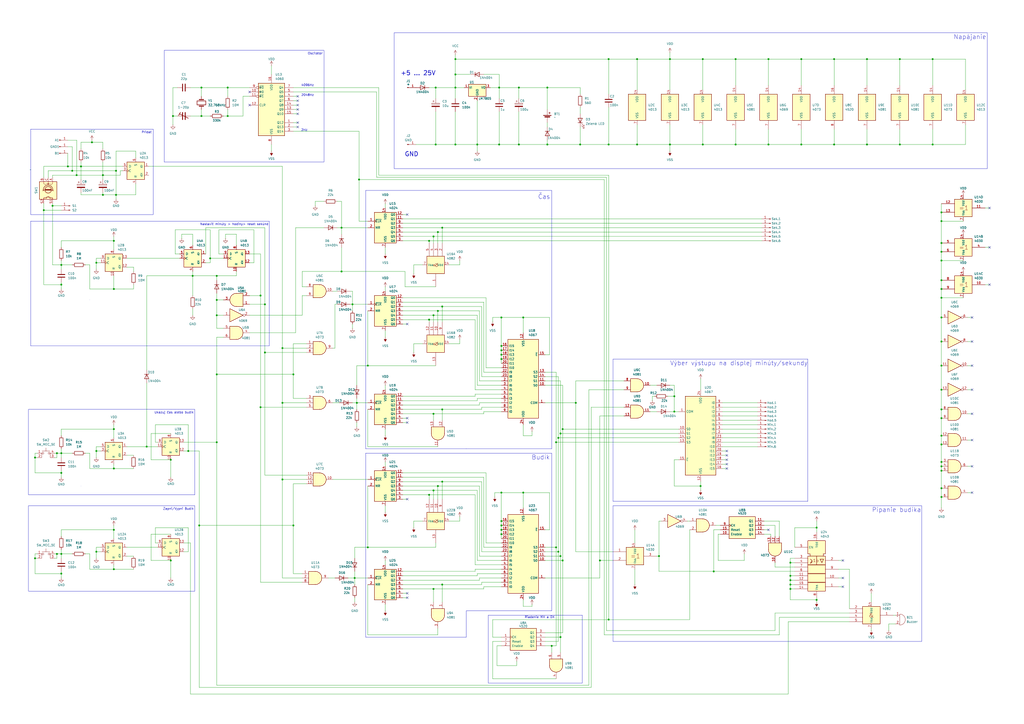
<source format=kicad_sch>
(kicad_sch (version 20231120) (generator "eeschema") (generator_version "8.0")
  (paper "A2")
  (title_block (title "Binárne Hodiny s Budíkom") (date "2025-02-01") (rev "Juraj Rojko") (company "Juraj Rojko"))
  (junction (at 151.13 171.45))
  (junction (at 264.16 50.8))
  (junction (at 290.83 285.75))
  (junction (at 111.76 160.02))
  (junction (at 198.12 132.08))
  (junction (at 132.08 67.31))
  (junction (at 66.04 330.2))
  (junction (at 256.54 177.8))
  (junction (at 541.02 83.82))
  (junction (at 546.1 151.13))
  (junction (at 290.83 184.15))
  (junction (at 213.36 212.09))
  (junction (at 44.45 101.6))
  (junction (at 251.46 240.03))
  (junction (at 67.31 113.03))
  (junction (at 458.47 339.09))
  (junction (at 59.69 101.6))
  (junction (at 125.73 160.02))
  (junction (at 248.92 139.7))
  (junction (at 502.92 83.82))
  (junction (at 473.71 347.98))
  (junction (at 546.1 252.73))
  (junction (at 320.04 374.65))
  (junction (at 254 134.62))
  (junction (at 125.73 182.88))
  (junction (at 20.32 265.43))
  (junction (at 100.33 67.31))
  (junction (at 336.55 83.82))
  (junction (at 109.22 261.62))
  (junction (at 163.83 278.13))
  (junction (at 300.99 50.8))
  (junction (at 347.98 325.12))
  (junction (at 248.92 185.42))
  (junction (at 388.62 34.29))
  (junction (at 289.56 83.82))
  (junction (at 251.46 341.63))
  (junction (at 66.04 307.34))
  (junction (at 99.06 266.7))
  (junction (at 116.84 50.8))
  (junction (at 153.67 204.47))
  (junction (at 541.02 34.29))
  (junction (at 33.02 321.31))
  (junction (at 546.1 146.05))
  (junction (at 334.01 233.68))
  (junction (at 414.02 331.47))
  (junction (at 290.83 302.26))
  (junction (at 546.1 283.21))
  (junction (at 546.1 267.97))
  (junction (at 25.4 121.92))
  (junction (at 256.54 237.49))
  (junction (at 251.46 284.48))
  (junction (at 264.16 43.18))
  (junction (at 59.69 113.03))
  (junction (at 426.72 34.29))
  (junction (at 325.12 322.58))
  (junction (at 66.04 271.78))
  (junction (at 546.1 167.64))
  (junction (at 317.5 83.82))
  (junction (at 198.12 157.48))
  (junction (at 66.04 167.64))
  (junction (at 208.28 104.14))
  (junction (at 121.92 149.86))
  (junction (at 20.32 323.85))
  (junction (at 170.18 304.8))
  (junction (at 546.1 226.06))
  (junction (at 546.1 288.29))
  (junction (at 325.12 369.57))
  (junction (at 30.48 119.38))
  (junction (at 264.16 34.29))
  (junction (at 546.1 273.05))
  (junction (at 276.86 83.82))
  (junction (at 445.77 34.29))
  (junction (at 289.56 50.8))
  (junction (at 388.62 83.82))
  (junction (at 66.04 139.7))
  (junction (at 458.47 341.63))
  (junction (at 546.1 198.12))
  (junction (at 406.4 281.94))
  (junction (at 35.56 332.74))
  (junction (at 326.39 248.92))
  (junction (at 205.74 335.28))
  (junction (at 204.47 176.53))
  (junction (at 207.01 233.68))
  (junction (at 326.39 325.12))
  (junction (at 85.09 259.08))
  (junction (at 125.73 256.54))
  (junction (at 53.34 82.55))
  (junction (at 39.37 96.52))
  (junction (at 502.92 34.29))
  (junction (at 546.1 212.09))
  (junction (at 35.56 321.31))
  (junction (at 67.31 99.06))
  (junction (at 546.1 242.57))
  (junction (at 55.88 320.04))
  (junction (at 300.99 83.82))
  (junction (at 353.06 34.29))
  (junction (at 369.57 83.82))
  (junction (at 151.13 236.22))
  (junction (at 163.83 201.93))
  (junction (at 303.53 285.75))
  (junction (at 521.97 83.82))
  (junction (at 41.91 99.06))
  (junction (at 256.54 279.4))
  (junction (at 290.83 203.2))
  (junction (at 256.54 132.08))
  (junction (at 546.1 184.15))
  (junction (at 458.47 336.55))
  (junction (at 458.47 334.01))
  (junction (at 391.16 238.76))
  (junction (at 325.12 251.46))
  (junction (at 464.82 34.29))
  (junction (at 290.83 200.66))
  (junction (at 353.06 83.82))
  (junction (at 303.53 184.15))
  (junction (at 213.36 317.5))
  (junction (at 546.1 172.72))
  (junction (at 426.72 83.82))
  (junction (at 290.83 307.34))
  (junction (at 35.56 274.32))
  (junction (at 473.71 306.07))
  (junction (at 125.73 173.99))
  (junction (at 483.87 83.82))
  (junction (at 290.83 208.28))
  (junction (at 153.67 176.53))
  (junction (at 55.88 152.4))
  (junction (at 35.56 165.1))
  (junction (at 33.02 262.89))
  (junction (at 35.56 262.89))
  (junction (at 170.18 217.17))
  (junction (at 445.77 83.82))
  (junction (at 546.1 237.49))
  (junction (at 252.73 83.82))
  (junction (at 546.1 140.97))
  (junction (at 254 180.34))
  (junction (at 323.85 320.04))
  (junction (at 353.06 359.41))
  (junction (at 163.83 233.68))
  (junction (at 254 281.94))
  (junction (at 521.97 34.29))
  (junction (at 546.1 128.27))
  (junction (at 115.57 304.8))
  (junction (at 546.1 270.51))
  (junction (at 256.54 339.09))
  (junction (at 317.5 50.8))
  (junction (at 125.73 217.17))
  (junction (at 116.84 67.31))
  (junction (at 248.92 287.02))
  (junction (at 382.27 322.58))
  (junction (at 35.56 153.67))
  (junction (at 290.83 304.8))
  (junction (at 407.67 83.82))
  (junction (at 251.46 137.16))
  (junction (at 132.08 50.8))
  (junction (at 546.1 257.81))
  (junction (at 66.04 248.92))
  (junction (at 252.73 50.8))
  (junction (at 322.58 256.54))
  (junction (at 99.06 325.12))
  (junction (at 290.83 309.88))
  (junction (at 546.1 123.19))
  (junction (at 464.82 83.82))
  (junction (at 251.46 182.88))
  (junction (at 407.67 34.29))
  (junction (at 323.85 254))
  (junction (at 458.47 326.39))
  (junction (at 322.58 317.5))
  (junction (at 391.16 229.87))
  (junction (at 546.1 162.56))
  (junction (at 264.16 83.82))
  (junction (at 55.88 261.62))
  (junction (at 290.83 205.74))
  (junction (at 369.57 34.29))
  (junction (at 46.99 96.52))
  (junction (at 483.87 34.29))
  (no_connect (at 236.22 124.46))
  (no_connect (at 421.64 264.16))
  (no_connect (at 563.88 226.06))
  (no_connect (at 172.72 73.66))
  (no_connect (at 421.64 266.7))
  (no_connect (at 574.04 165.1))
  (no_connect (at 574.04 143.51))
  (no_connect (at 236.22 245.11))
  (no_connect (at 574.04 120.65))
  (no_connect (at 236.22 344.17))
  (no_connect (at 563.88 270.51))
  (no_connect (at 172.72 71.12))
  (no_connect (at 421.64 271.78))
  (no_connect (at 172.72 58.42))
  (no_connect (at 236.22 289.56))
  (no_connect (at 563.88 198.12))
  (no_connect (at 488.95 335.28))
  (no_connect (at 563.88 212.09))
  (no_connect (at 172.72 63.5))
  (no_connect (at 172.72 60.96))
  (no_connect (at 236.22 187.96))
  (no_connect (at 563.88 184.15))
  (no_connect (at 421.64 261.62))
  (no_connect (at 172.72 55.88))
  (no_connect (at 236.22 346.71))
  (no_connect (at 488.95 340.36))
  (no_connect (at 144.78 60.96))
  (no_connect (at 445.77 307.34))
  (no_connect (at 488.95 325.12))
  (no_connect (at 172.72 66.04))
  (no_connect (at 421.64 269.24))
  (no_connect (at 144.78 53.34))
  (no_connect (at 236.22 242.57))
  (no_connect (at 563.88 240.03))
  (no_connect (at 563.88 255.27))
  (no_connect (at 563.88 285.75))
  (wire (pts (xy 233.68 344.17) (xy 236.22 344.17)))
  (wire (pts (xy 281.94 213.36) (xy 281.94 172.72)))
  (wire (pts (xy 421.64 261.62) (xy 419.1 261.62)))
  (wire (pts (xy 125.73 397.51) (xy 125.73 256.54)))
  (wire (pts (xy 248.92 186.69) (xy 248.92 185.42)))
  (wire (pts (xy 55.88 259.08) (xy 58.42 259.08)))
  (wire (pts (xy 378.46 229.87) (xy 378.46 232.41)))
  (wire (pts (xy 439.42 246.38) (xy 419.1 246.38)))
  (wire (pts (xy 279.4 339.09) (xy 279.4 337.82)))
  (wire (pts (xy 518.16 356.87) (xy 519.43 356.87)))
  (wire (pts (xy 66.04 137.16) (xy 66.04 139.7)))
  (wire (pts (xy 318.77 205.74) (xy 318.77 184.15)))
  (wire (pts (xy 323.85 254) (xy 323.85 320.04)))
  (wire (pts (xy 177.8 231.14) (xy 170.18 231.14)))
  (wire (pts (xy 458.47 326.39) (xy 458.47 323.85)))
  (wire (pts (xy 445.77 34.29) (xy 445.77 49.53)))
  (wire (pts (xy 256.54 243.84) (xy 256.54 237.49)))
  (wire (pts (xy 223.52 350.52) (xy 223.52 354.33)))
  (wire (pts (xy 284.48 50.8) (xy 289.56 50.8)))
  (wire (pts (xy 308.61 351.79) (xy 303.53 351.79)))
  (wire (pts (xy 110.49 50.8) (xy 116.84 50.8)))
  (wire (pts (xy 426.72 34.29) (xy 426.72 49.53)))
  (wire (pts (xy 334.01 233.68) (xy 334.01 220.98)))
  (wire (pts (xy 157.48 87.63) (xy 157.48 83.82)))
  (wire (pts (xy 125.73 217.17) (xy 170.18 217.17)))
  (wire (pts (xy 334.01 233.68) (xy 334.01 320.04)))
  (wire (pts (xy 308.61 350.52) (xy 308.61 351.79)))
  (wire (pts (xy 353.06 54.61) (xy 353.06 34.29)))
  (wire (pts (xy 125.73 195.58) (xy 125.73 217.17)))
  (wire (pts (xy 55.88 149.86) (xy 58.42 149.86)))
  (wire (pts (xy 546.1 267.97) (xy 546.1 270.51)))
  (wire (pts (xy 473.71 346.71) (xy 473.71 347.98)))
  (wire (pts (xy 125.73 217.17) (xy 125.73 256.54)))
  (wire (pts (xy 151.13 337.82) (xy 175.26 337.82)))
  (wire (pts (xy 223.52 248.92) (xy 223.52 252.73)))
  (wire (pts (xy 170.18 199.39) (xy 170.18 217.17)))
  (wire (pts (xy 171.45 193.04) (xy 171.45 132.08)))
  (wire (pts (xy 560.07 34.29) (xy 560.07 52.07)))
  (wire (pts (xy 449.58 328.93) (xy 449.58 326.39)))
  (wire (pts (xy 421.64 271.78) (xy 419.1 271.78)))
  (wire (pts (xy 55.88 317.5) (xy 58.42 317.5)))
  (wire (pts (xy 248.92 185.42) (xy 275.59 185.42)))
  (polyline (pts (xy 320.04 110.49) (xy 212.09 110.49)))
  (wire (pts (xy 391.16 266.7) (xy 393.7 266.7)))
  (wire (pts (xy 290.83 285.75) (xy 290.83 302.26)))
  (wire (pts (xy 288.29 386.08) (xy 288.29 374.65)))
  (wire (pts (xy 240.03 302.26) (xy 240.03 306.07)))
  (wire (pts (xy 125.73 182.88) (xy 125.73 190.5)))
  (wire (pts (xy 234.95 166.37) (xy 252.73 166.37)))
  (wire (pts (xy 109.22 261.62) (xy 109.22 246.38)))
  (wire (pts (xy 325.12 322.58) (xy 325.12 251.46)))
  (polyline (pts (xy 270.51 354.33) (xy 320.04 354.33)))
  (wire (pts (xy 388.62 72.39) (xy 388.62 83.82)))
  (wire (pts (xy 233.68 346.71) (xy 236.22 346.71)))
  (wire (pts (xy 73.66 317.5) (xy 91.44 317.5)))
  (wire (pts (xy 170.18 199.39) (xy 177.8 199.39)))
  (wire (pts (xy 204.47 233.68) (xy 207.01 233.68)))
  (wire (pts (xy 234.95 157.48) (xy 234.95 166.37)))
  (wire (pts (xy 218.44 102.87) (xy 351.79 102.87)))
  (wire (pts (xy 147.32 133.35) (xy 147.32 152.4)))
  (wire (pts (xy 132.08 50.8) (xy 132.08 55.88)))
  (wire (pts (xy 233.68 245.11) (xy 236.22 245.11)))
  (wire (pts (xy 492.76 353.06) (xy 492.76 330.2)))
  (wire (pts (xy 546.1 151.13) (xy 558.8 151.13)))
  (wire (pts (xy 111.76 179.07) (xy 111.76 182.88)))
  (wire (pts (xy 439.42 254) (xy 419.1 254)))
  (wire (pts (xy 44.45 81.28) (xy 39.37 81.28)))
  (wire (pts (xy 322.58 317.5) (xy 322.58 256.54)))
  (wire (pts (xy 290.83 228.6) (xy 275.59 228.6)))
  (wire (pts (xy 254 259.08) (xy 213.36 259.08)))
  (wire (pts (xy 279.4 177.8) (xy 256.54 177.8)))
  (wire (pts (xy 66.04 271.78) (xy 77.47 271.78)))
  (wire (pts (xy 280.67 175.26) (xy 280.67 215.9)))
  (wire (pts (xy 129.54 67.31) (xy 132.08 67.31)))
  (wire (pts (xy 252.73 317.5) (xy 252.73 314.96)))
  (wire (pts (xy 245.11 199.39) (xy 240.03 199.39)))
  (wire (pts (xy 342.9 236.22) (xy 361.95 236.22)))
  (wire (pts (xy 46.99 113.03) (xy 59.69 113.03)))
  (wire (pts (xy 125.73 190.5) (xy 129.54 190.5)))
  (wire (pts (xy 546.1 118.11) (xy 546.1 123.19)))
  (wire (pts (xy 223.52 143.51) (xy 223.52 147.32)))
  (wire (pts (xy 207.01 237.49) (xy 207.01 233.68)))
  (wire (pts (xy 521.97 74.93) (xy 521.97 83.82)))
  (wire (pts (xy 248.92 139.7) (xy 248.92 140.97)))
  (wire (pts (xy 175.26 171.45) (xy 177.8 171.45)))
  (wire (pts (xy 276.86 334.01) (xy 276.86 332.74)))
  (wire (pts (xy 275.59 226.06) (xy 290.83 226.06)))
  (wire (pts (xy 201.93 335.28) (xy 205.74 335.28)))
  (wire (pts (xy 290.83 184.15) (xy 303.53 184.15)))
  (wire (pts (xy 100.33 50.8) (xy 102.87 50.8)))
  (wire (pts (xy 414.02 307.34) (xy 417.83 307.34)))
  (wire (pts (xy 25.4 165.1) (xy 35.56 165.1)))
  (wire (pts (xy 289.56 43.18) (xy 289.56 50.8)))
  (wire (pts (xy 473.71 302.26) (xy 473.71 306.07)))
  (wire (pts (xy 325.12 369.57) (xy 325.12 378.46)))
  (wire (pts (xy 541.02 34.29) (xy 541.02 49.53)))
  (wire (pts (xy 130.81 135.89) (xy 130.81 138.43)))
  (wire (pts (xy 66.04 307.34) (xy 66.04 312.42)))
  (wire (pts (xy 398.78 302.26) (xy 400.05 302.26)))
  (wire (pts (xy 289.56 64.77) (xy 289.56 83.82)))
  (wire (pts (xy 256.54 349.25) (xy 256.54 339.09)))
  (wire (pts (xy 163.83 335.28) (xy 175.26 335.28)))
  (wire (pts (xy 129.54 173.99) (xy 125.73 173.99)))
  (wire (pts (xy 251.46 137.16) (xy 233.68 137.16)))
  (wire (pts (xy 415.29 304.8) (xy 417.83 304.8)))
  (wire (pts (xy 151.13 147.32) (xy 151.13 171.45)))
  (wire (pts (xy 350.52 368.3) (xy 452.12 368.3)))
  (wire (pts (xy 488.95 325.12) (xy 486.41 325.12)))
  (wire (pts (xy 193.04 168.91) (xy 195.58 168.91)))
  (wire (pts (xy 41.91 85.09) (xy 41.91 99.06)))
  (wire (pts (xy 52.07 167.64) (xy 66.04 167.64)))
  (wire (pts (xy 223.52 223.52) (xy 223.52 226.06)))
  (wire (pts (xy 21.59 323.85) (xy 20.32 323.85)))
  (wire (pts (xy 546.1 212.09) (xy 546.1 226.06)))
  (wire (pts (xy 278.13 180.34) (xy 278.13 220.98)))
  (wire (pts (xy 278.13 233.68) (xy 278.13 234.95)))
  (wire (pts (xy 276.86 83.82) (xy 276.86 87.63)))
  (wire (pts (xy 101.6 147.32) (xy 101.6 133.35)))
  (wire (pts (xy 464.82 34.29) (xy 464.82 49.53)))
  (wire (pts (xy 276.86 58.42) (xy 276.86 83.82)))
  (wire (pts (xy 53.34 81.28) (xy 53.34 82.55)))
  (wire (pts (xy 127 133.35) (xy 147.32 133.35)))
  (wire (pts (xy 316.23 374.65) (xy 320.04 374.65)))
  (wire (pts (xy 66.04 246.38) (xy 66.04 248.92)))
  (wire (pts (xy 414.02 307.34) (xy 414.02 331.47)))
  (wire (pts (xy 256.54 177.8) (xy 256.54 186.69)))
  (wire (pts (xy 388.62 238.76) (xy 391.16 238.76)))
  (wire (pts (xy 439.42 248.92) (xy 419.1 248.92)))
  (wire (pts (xy 406.4 281.94) (xy 406.4 279.4)))
  (wire (pts (xy 264.16 64.77) (xy 264.16 83.82)))
  (wire (pts (xy 59.69 113.03) (xy 59.69 111.76)))
  (wire (pts (xy 208.28 76.2) (xy 208.28 104.14)))
  (wire (pts (xy 27.94 99.06) (xy 27.94 102.87)))
  (polyline (pts (xy 46.99 281.94) (xy 46.99 281.94)))
  (wire (pts (xy 44.45 101.6) (xy 59.69 101.6)))
  (wire (pts (xy 52.07 167.64) (xy 52.07 153.67)))
  (wire (pts (xy 278.13 234.95) (xy 233.68 234.95)))
  (wire (pts (xy 323.85 372.11) (xy 316.23 372.11)))
  (wire (pts (xy 35.56 318.77) (xy 35.56 321.31)))
  (wire (pts (xy 317.5 81.28) (xy 317.5 83.82)))
  (wire (pts (xy 223.52 166.37) (xy 223.52 168.91)))
  (wire (pts (xy 213.36 335.28) (xy 205.74 335.28)))
  (wire (pts (xy 223.52 191.77) (xy 223.52 195.58)))
  (wire (pts (xy 458.47 341.63) (xy 461.01 341.63)))
  (wire (pts (xy 290.83 309.88) (xy 290.83 312.42)))
  (wire (pts (xy 223.52 267.97) (xy 223.52 270.51)))
  (wire (pts (xy 541.02 74.93) (xy 541.02 83.82)))
  (wire (pts (xy 276.86 83.82) (xy 289.56 83.82)))
  (wire (pts (xy 458.47 336.55) (xy 458.47 339.09)))
  (wire (pts (xy 285.75 184.15) (xy 285.75 186.69)))
  (wire (pts (xy 245.11 153.67) (xy 240.03 153.67)))
  (wire (pts (xy 260.35 153.67) (xy 266.7 153.67)))
  (wire (pts (xy 290.83 320.04) (xy 279.4 320.04)))
  (wire (pts (xy 157.48 38.1) (xy 157.48 43.18)))
  (wire (pts (xy 207.01 233.68) (xy 213.36 233.68)))
  (wire (pts (xy 574.04 165.1) (xy 571.5 165.1)))
  (wire (pts (xy 90.17 306.07) (xy 90.17 314.96)))
  (wire (pts (xy 248.92 185.42) (xy 233.68 185.42)))
  (wire (pts (xy 177.8 280.67) (xy 170.18 280.67)))
  (wire (pts (xy 254 368.3) (xy 213.36 368.3)))
  (wire (pts (xy 53.34 82.55) (xy 59.69 82.55)))
  (wire (pts (xy 290.83 330.2) (xy 275.59 330.2)))
  (wire (pts (xy 198.12 132.08) (xy 198.12 116.84)))
  (wire (pts (xy 289.56 57.15) (xy 289.56 50.8)))
  (wire (pts (xy 347.98 241.3) (xy 347.98 325.12)))
  (wire (pts (xy 308.61 252.73) (xy 303.53 252.73)))
  (wire (pts (xy 66.04 271.78) (xy 66.04 269.24)))
  (wire (pts (xy 563.88 198.12) (xy 561.34 198.12)))
  (wire (pts (xy 20.32 262.89) (xy 21.59 262.89)))
  (wire (pts (xy 464.82 74.93) (xy 464.82 83.82)))
  (wire (pts (xy 208.28 104.14) (xy 208.28 128.27)))
  (wire (pts (xy 521.97 34.29) (xy 502.92 34.29)))
  (wire (pts (xy 279.4 237.49) (xy 279.4 236.22)))
  (wire (pts (xy 194.31 176.53) (xy 194.31 201.93)))
  (wire (pts (xy 275.59 287.02) (xy 275.59 327.66)))
  (wire (pts (xy 46.99 82.55) (xy 53.34 82.55)))
  (wire (pts (xy 254 186.69) (xy 254 180.34)))
  (wire (pts (xy 254 289.56) (xy 254 281.94)))
  (wire (pts (xy 281.94 314.96) (xy 281.94 274.32)))
  (wire (pts (xy 558.8 128.27) (xy 546.1 128.27)))
  (wire (pts (xy 285.75 369.57) (xy 285.75 359.41)))
  (wire (pts (xy 502.92 34.29) (xy 483.87 34.29)))
  (wire (pts (xy 473.71 347.98) (xy 473.71 349.25)))
  (wire (pts (xy 407.67 34.29) (xy 426.72 34.29)))
  (wire (pts (xy 35.56 274.32) (xy 35.56 273.05)))
  (wire (pts (xy 21.59 265.43) (xy 20.32 265.43)))
  (wire (pts (xy 317.5 50.8) (xy 317.5 63.5)))
  (wire (pts (xy 204.47 187.96) (xy 204.47 190.5)))
  (wire (pts (xy 264.16 34.29) (xy 264.16 43.18)))
  (wire (pts (xy 87.63 325.12) (xy 87.63 309.88)))
  (wire (pts (xy 251.46 186.69) (xy 251.46 182.88)))
  (wire (pts (xy 289.56 50.8) (xy 300.99 50.8)))
  (wire (pts (xy 129.54 182.88) (xy 125.73 182.88)))
  (wire (pts (xy 163.83 201.93) (xy 177.8 201.93)))
  (wire (pts (xy 59.69 101.6) (xy 59.69 104.14)))
  (wire (pts (xy 233.68 334.01) (xy 276.86 334.01)))
  (wire (pts (xy 35.56 153.67) (xy 41.91 153.67)))
  (wire (pts (xy 125.73 170.18) (xy 125.73 173.99)))
  (wire (pts (xy 546.1 128.27) (xy 546.1 140.97)))
  (wire (pts (xy 33.02 265.43) (xy 33.02 262.89)))
  (wire (pts (xy 483.87 34.29) (xy 464.82 34.29)))
  (wire (pts (xy 290.83 223.52) (xy 276.86 223.52)))
  (wire (pts (xy 290.83 184.15) (xy 290.83 200.66)))
  (wire (pts (xy 256.54 339.09) (xy 279.4 339.09)))
  (wire (pts (xy 233.68 177.8) (xy 256.54 177.8)))
  (wire (pts (xy 369.57 72.39) (xy 369.57 83.82)))
  (wire (pts (xy 458.47 334.01) (xy 458.47 326.39)))
  (wire (pts (xy 458.47 323.85) (xy 461.01 323.85)))
  (wire (pts (xy 264.16 31.75) (xy 264.16 34.29)))
  (wire (pts (xy 33.02 323.85) (xy 33.02 321.31)))
  (wire (pts (xy 290.83 208.28) (xy 290.83 210.82)))
  (wire (pts (xy 125.73 160.02) (xy 125.73 162.56)))
  (wire (pts (xy 111.76 171.45) (xy 111.76 160.02)))
  (wire (pts (xy 439.42 259.08) (xy 419.1 259.08)))
  (wire (pts (xy 69.85 101.6) (xy 59.69 101.6)))
  (wire (pts (xy 25.4 121.92) (xy 25.4 165.1)))
  (wire (pts (xy 251.46 140.97) (xy 251.46 137.16)))
  (wire (pts (xy 483.87 83.82) (xy 502.92 83.82)))
  (wire (pts (xy 90.17 256.54) (xy 91.44 256.54)))
  (polyline (pts (xy 270.51 260.35) (xy 270.51 260.35)))
  (wire (pts (xy 521.97 83.82) (xy 502.92 83.82)))
  (wire (pts (xy 290.83 302.26) (xy 290.83 304.8)))
  (wire (pts (xy 58.42 261.62) (xy 55.88 261.62)))
  (wire (pts (xy 20.32 323.85) (xy 20.32 321.31)))
  (wire (pts (xy 121.92 149.86) (xy 129.54 149.86)))
  (wire (pts (xy 121.92 133.35) (xy 121.92 149.86)))
  (wire (pts (xy 290.83 307.34) (xy 290.83 309.88)))
  (wire (pts (xy 86.36 96.52) (xy 163.83 96.52)))
  (wire (pts (xy 322.58 256.54) (xy 322.58 215.9)))
  (wire (pts (xy 35.56 262.89) (xy 41.91 262.89)))
  (wire (pts (xy 251.46 341.63) (xy 280.67 341.63)))
  (wire (pts (xy 574.04 120.65) (xy 571.5 120.65)))
  (wire (pts (xy 52.07 153.67) (xy 49.53 153.67)))
  (wire (pts (xy 406.4 284.48) (xy 406.4 281.94)))
  (wire (pts (xy 198.12 143.51) (xy 198.12 157.48)))
  (wire (pts (xy 406.4 219.71) (xy 406.4 226.06)))
  (wire (pts (xy 172.72 55.88) (xy 170.18 55.88)))
  (wire (pts (xy 46.99 82.55) (xy 46.99 86.36)))
  (wire (pts (xy 391.16 266.7) (xy 391.16 281.94)))
  (wire (pts (xy 233.68 129.54) (xy 441.96 129.54)))
  (wire (pts (xy 336.55 50.8) (xy 336.55 54.61)))
  (wire (pts (xy 39.37 85.09) (xy 41.91 85.09)))
  (wire (pts (xy 248.92 139.7) (xy 233.68 139.7)))
  (wire (pts (xy 290.83 233.68) (xy 278.13 233.68)))
  (wire (pts (xy 439.42 241.3) (xy 419.1 241.3)))
  (wire (pts (xy 111.76 160.02) (xy 125.73 160.02)))
  (wire (pts (xy 25.4 121.92) (xy 35.56 121.92)))
  (wire (pts (xy 110.49 314.96) (xy 110.49 402.59)))
  (wire (pts (xy 170.18 304.8) (xy 170.18 332.74)))
  (wire (pts (xy 318.77 307.34) (xy 318.77 285.75)))
  (wire (pts (xy 382.27 302.26) (xy 383.54 302.26)))
  (wire (pts (xy 316.23 322.58) (xy 325.12 322.58)))
  (wire (pts (xy 208.28 104.14) (xy 350.52 104.14)))
  (wire (pts (xy 125.73 160.02) (xy 137.16 160.02)))
  (wire (pts (xy 194.31 201.93) (xy 193.04 201.93)))
  (wire (pts (xy 140.97 55.88) (xy 144.78 55.88)))
  (wire (pts (xy 546.1 288.29) (xy 546.1 294.64)))
  (wire (pts (xy 251.46 137.16) (xy 441.96 137.16)))
  (wire (pts (xy 78.74 106.68) (xy 78.74 113.03)))
  (wire (pts (xy 546.1 151.13) (xy 546.1 162.56)))
  (wire (pts (xy 223.52 293.37) (xy 223.52 297.18)))
  (wire (pts (xy 486.41 340.36) (xy 488.95 340.36)))
  (wire (pts (xy 546.1 146.05) (xy 546.1 140.97)))
  (wire (pts (xy 153.67 275.59) (xy 177.8 275.59)))
  (wire (pts (xy 290.83 205.74) (xy 290.83 208.28)))
  (wire (pts (xy 521.97 34.29) (xy 521.97 49.53)))
  (wire (pts (xy 66.04 330.2) (xy 77.47 330.2)))
  (wire (pts (xy 207.01 212.09) (xy 213.36 212.09)))
  (wire (pts (xy 473.71 308.61) (xy 473.71 306.07)))
  (wire (pts (xy 546.1 146.05) (xy 546.1 151.13)))
  (wire (pts (xy 31.75 265.43) (xy 33.02 265.43)))
  (wire (pts (xy 90.17 314.96) (xy 91.44 314.96)))
  (wire (pts (xy 439.42 233.68) (xy 419.1 233.68)))
  (wire (pts (xy 461.01 334.01) (xy 458.47 334.01)))
  (polyline (pts (xy 212.09 369.57) (xy 270.51 369.57)))
  (wire (pts (xy 101.6 133.35) (xy 121.92 133.35)))
  (wire (pts (xy 205.74 346.71) (xy 205.74 349.25)))
  (wire (pts (xy 233.68 187.96) (xy 236.22 187.96)))
  (wire (pts (xy 458.47 339.09) (xy 458.47 341.63)))
  (wire (pts (xy 170.18 231.14) (xy 170.18 217.17)))
  (wire (pts (xy 144.78 147.32) (xy 151.13 147.32)))
  (wire (pts (xy 233.68 134.62) (xy 254 134.62)))
  (wire (pts (xy 151.13 236.22) (xy 177.8 236.22)))
  (wire (pts (xy 317.5 50.8) (xy 336.55 50.8)))
  (wire (pts (xy 281.94 274.32) (xy 233.68 274.32)))
  (polyline (pts (xy 270.51 369.57) (xy 270.51 354.33)))
  (wire (pts (xy 574.04 143.51) (xy 571.5 143.51)))
  (wire (pts (xy 461.01 306.07) (xy 461.01 317.5)))
  (wire (pts (xy 290.83 203.2) (xy 290.83 205.74)))
  (wire (pts (xy 519.43 361.95) (xy 515.62 361.95)))
  (wire (pts (xy 170.18 332.74) (xy 175.26 332.74)))
  (wire (pts (xy 172.72 66.04) (xy 170.18 66.04)))
  (wire (pts (xy 125.73 173.99) (xy 125.73 182.88)))
  (wire (pts (xy 439.42 238.76) (xy 419.1 238.76)))
  (wire (pts (xy 252.73 83.82) (xy 264.16 83.82)))
  (wire (pts (xy 275.59 327.66) (xy 290.83 327.66)))
  (wire (pts (xy 341.63 226.06) (xy 361.95 226.06)))
  (wire (pts (xy 334.01 220.98) (xy 361.95 220.98)))
  (wire (pts (xy 170.18 76.2) (xy 208.28 76.2)))
  (wire (pts (xy 87.63 266.7) (xy 99.06 266.7)))
  (wire (pts (xy 119.38 132.08) (xy 153.67 132.08)))
  (wire (pts (xy 233.68 232.41) (xy 276.86 232.41)))
  (wire (pts (xy 353.06 62.23) (xy 353.06 83.82)))
  (wire (pts (xy 546.1 198.12) (xy 546.1 212.09)))
  (wire (pts (xy 316.23 367.03) (xy 326.39 367.03)))
  (wire (pts (xy 171.45 132.08) (xy 187.96 132.08)))
  (wire (pts (xy 205.74 317.5) (xy 213.36 317.5)))
  (wire (pts (xy 35.56 335.28) (xy 35.56 332.74)))
  (wire (pts (xy 20.32 274.32) (xy 35.56 274.32)))
  (wire (pts (xy 381 238.76) (xy 377.19 238.76)))
  (wire (pts (xy 25.4 118.11) (xy 25.4 121.92)))
  (wire (pts (xy 208.28 128.27) (xy 213.36 128.27)))
  (wire (pts (xy 105.41 135.89) (xy 111.76 135.89)))
  (wire (pts (xy 560.07 83.82) (xy 560.07 72.39)))
  (wire (pts (xy 67.31 87.63) (xy 67.31 99.06)))
  (wire (pts (xy 223.52 325.12) (xy 223.52 327.66)))
  (wire (pts (xy 279.4 337.82) (xy 290.83 337.82)))
  (wire (pts (xy 278.13 322.58) (xy 290.83 322.58)))
  (wire (pts (xy 326.39 325.12) (xy 326.39 367.03)))
  (wire (pts (xy 109.22 320.04) (xy 106.68 320.04)))
  (wire (pts (xy 303.53 193.04) (xy 303.53 184.15)))
  (polyline (pts (xy 212.09 260.35) (xy 270.51 260.35)))
  (wire (pts (xy 303.53 294.64) (xy 303.53 285.75)))
  (wire (pts (xy 66.04 167.64) (xy 77.47 167.64)))
  (wire (pts (xy 278.13 336.55) (xy 233.68 336.55)))
  (wire (pts (xy 207.01 231.14) (xy 207.01 233.68)))
  (wire (pts (xy 35.56 248.92) (xy 35.56 252.73)))
  (wire (pts (xy 368.3 307.34) (xy 368.3 314.96)))
  (wire (pts (xy 52.07 321.31) (xy 49.53 321.31)))
  (wire (pts (xy 391.16 238.76) (xy 393.7 238.76)))
  (wire (pts (xy 317.5 83.82) (xy 336.55 83.82)))
  (wire (pts (xy 449.58 355.6) (xy 449.58 365.76)))
  (wire (pts (xy 546.1 123.19) (xy 546.1 128.27)))
  (wire (pts (xy 175.26 166.37) (xy 175.26 157.48)))
  (wire (pts (xy 322.58 393.7) (xy 285.75 393.7)))
  (wire (pts (xy 77.47 154.94) (xy 73.66 154.94)))
  (wire (pts (xy 388.62 30.48) (xy 388.62 34.29)))
  (wire (pts (xy 289.56 83.82) (xy 300.99 83.82)))
  (wire (pts (xy 290.83 335.28) (xy 278.13 335.28)))
  (wire (pts (xy 241.3 83.82) (xy 252.73 83.82)))
  (wire (pts (xy 391.16 238.76) (xy 391.16 229.87)))
  (wire (pts (xy 177.8 278.13) (xy 163.83 278.13)))
  (wire (pts (xy 59.69 93.98) (xy 59.69 101.6)))
  (wire (pts (xy 31.75 321.31) (xy 33.02 321.31)))
  (wire (pts (xy 382.27 322.58) (xy 382.27 331.47)))
  (wire (pts (xy 300.99 50.8) (xy 300.99 57.15)))
  (wire (pts (xy 213.36 180.34) (xy 213.36 212.09)))
  (wire (pts (xy 251.46 284.48) (xy 233.68 284.48)))
  (wire (pts (xy 388.62 83.82) (xy 407.67 83.82)))
  (wire (pts (xy 59.69 113.03) (xy 67.31 113.03)))
  (wire (pts (xy 505.46 344.17) (xy 505.46 349.25)))
  (wire (pts (xy 452.12 302.26) (xy 443.23 302.26)))
  (wire (pts (xy 546.1 273.05) (xy 546.1 283.21)))
  (wire (pts (xy 276.86 325.12) (xy 276.86 284.48)))
  (wire (pts (xy 27.94 99.06) (xy 41.91 99.06)))
  (wire (pts (xy 35.56 321.31) (xy 41.91 321.31)))
  (wire (pts (xy 290.83 304.8) (xy 290.83 307.34)))
  (wire (pts (xy 317.5 71.12) (xy 317.5 73.66)))
  (wire (pts (xy 59.69 86.36) (xy 59.69 82.55)))
  (wire (pts (xy 308.61 250.19) (xy 308.61 252.73)))
  (wire (pts (xy 347.98 325.12) (xy 355.6 325.12)))
  (wire (pts (xy 388.62 34.29) (xy 369.57 34.29)))
  (wire (pts (xy 33.02 262.89) (xy 35.56 262.89)))
  (wire (pts (xy 492.76 360.68) (xy 457.2 360.68)))
  (wire (pts (xy 175.26 182.88) (xy 175.26 171.45)))
  (wire (pts (xy 285.75 372.11) (xy 290.83 372.11)))
  (wire (pts (xy 182.88 116.84) (xy 182.88 119.38)))
  (wire (pts (xy 245.11 302.26) (xy 240.03 302.26)))
  (wire (pts (xy 334.01 320.04) (xy 355.6 320.04)))
  (wire (pts (xy 546.1 237.49) (xy 546.1 242.57)))
  (wire (pts (xy 66.04 139.7) (xy 66.04 144.78)))
  (wire (pts (xy 388.62 83.82) (xy 369.57 83.82)))
  (wire (pts (xy 264.16 43.18) (xy 264.16 50.8)))
  (wire (pts (xy 55.88 152.4) (xy 55.88 149.86)))
  (polyline (pts (xy 320.04 260.35) (xy 320.04 110.49)))
  (wire (pts (xy 99.06 266.7) (xy 99.06 276.86)))
  (wire (pts (xy 290.83 238.76) (xy 280.67 238.76)))
  (wire (pts (xy 163.83 278.13) (xy 163.83 335.28)))
  (wire (pts (xy 190.5 335.28) (xy 194.31 335.28)))
  (wire (pts (xy 251.46 349.25) (xy 251.46 341.63)))
  (wire (pts (xy 391.16 229.87) (xy 391.16 223.52)))
  (wire (pts (xy 233.68 276.86) (xy 280.67 276.86)))
  (wire (pts (xy 560.07 34.29) (xy 541.02 34.29)))
  (wire (pts (xy 87.63 251.46) (xy 99.06 251.46)))
  (wire (pts (xy 153.67 176.53) (xy 144.78 176.53)))
  (wire (pts (xy 439.42 236.22) (xy 419.1 236.22)))
  (wire (pts (xy 318.77 184.15) (xy 303.53 184.15)))
  (wire (pts (xy 416.56 325.12) (xy 416.56 309.88)))
  (wire (pts (xy 130.81 135.89) (xy 137.16 135.89)))
  (wire (pts (xy 391.16 223.52) (xy 388.62 223.52)))
  (wire (pts (xy 285.75 359.41) (xy 353.06 359.41)))
  (wire (pts (xy 46.99 113.03) (xy 46.99 111.76)))
  (wire (pts (xy 52.07 271.78) (xy 52.07 262.89)))
  (wire (pts (xy 106.68 256.54) (xy 125.73 256.54)))
  (wire (pts (xy 400.05 359.41) (xy 400.05 307.34)))
  (wire (pts (xy 483.87 34.29) (xy 483.87 49.53)))
  (wire (pts (xy 546.1 270.51) (xy 546.1 273.05)))
  (wire (pts (xy 264.16 34.29) (xy 353.06 34.29)))
  (wire (pts (xy 205.74 335.28) (xy 205.74 331.47)))
  (wire (pts (xy 439.42 251.46) (xy 419.1 251.46)))
  (wire (pts (xy 505.46 365.76) (xy 505.46 364.49)))
  (wire (pts (xy 300.99 83.82) (xy 317.5 83.82)))
  (wire (pts (xy 322.58 215.9) (xy 316.23 215.9)))
  (wire (pts (xy 276.86 332.74) (xy 290.83 332.74)))
  (wire (pts (xy 213.36 259.08) (xy 213.36 237.49)))
  (wire (pts (xy 407.67 34.29) (xy 388.62 34.29)))
  (wire (pts (xy 90.17 306.07) (xy 109.22 306.07)))
  (wire (pts (xy 78.74 87.63) (xy 78.74 91.44)))
  (wire (pts (xy 163.83 201.93) (xy 163.83 233.68)))
  (wire (pts (xy 132.08 63.5) (xy 132.08 67.31)))
  (wire (pts (xy 163.83 96.52) (xy 163.83 201.93)))
  (wire (pts (xy 473.71 306.07) (xy 461.01 306.07)))
  (wire (pts (xy 285.75 393.7) (xy 285.75 372.11)))
  (wire (pts (xy 30.48 119.38) (xy 30.48 153.67)))
  (wire (pts (xy 416.56 325.12) (xy 431.8 325.12)))
  (wire (pts (xy 137.16 160.02) (xy 137.16 157.48)))
  (wire (pts (xy 300.99 64.77) (xy 300.99 83.82)))
  (wire (pts (xy 195.58 116.84) (xy 198.12 116.84)))
  (wire (pts (xy 502.92 34.29) (xy 502.92 49.53)))
  (wire (pts (xy 121.92 149.86) (xy 121.92 152.4)))
  (wire (pts (xy 205.74 317.5) (xy 205.74 323.85)))
  (wire (pts (xy 116.84 50.8) (xy 132.08 50.8)))
  (wire (pts (xy 25.4 96.52) (xy 39.37 96.52)))
  (wire (pts (xy 52.07 330.2) (xy 66.04 330.2)))
  (wire (pts (xy 198.12 157.48) (xy 234.95 157.48)))
  (wire (pts (xy 256.54 289.56) (xy 256.54 279.4)))
  (wire (pts (xy 170.18 50.8) (xy 219.71 50.8)))
  (wire (pts (xy 52.07 330.2) (xy 52.07 321.31)))
  (wire (pts (xy 439.42 243.84) (xy 419.1 243.84)))
  (wire (pts (xy 290.83 314.96) (xy 281.94 314.96)))
  (wire (pts (xy 447.04 311.15) (xy 447.04 309.88)))
  (wire (pts (xy 20.32 265.43) (xy 20.32 262.89)))
  (wire (pts (xy 153.67 132.08) (xy 153.67 176.53)))
  (wire (pts (xy 35.56 248.92) (xy 66.04 248.92)))
  (wire (pts (xy 193.04 233.68) (xy 196.85 233.68)))
  (wire (pts (xy 248.92 287.02) (xy 275.59 287.02)))
  (wire (pts (xy 264.16 50.8) (xy 269.24 50.8)))
  (wire (pts (xy 447.04 309.88) (xy 443.23 309.88)))
  (wire (pts (xy 90.17 246.38) (xy 90.17 256.54)))
  (wire (pts (xy 325.12 322.58) (xy 325.12 369.57)))
  (wire (pts (xy 204.47 168.91) (xy 204.47 176.53)))
  (wire (pts (xy 248.92 287.02) (xy 248.92 289.56)))
  (wire (pts (xy 290.83 285.75) (xy 287.02 285.75)))
  (wire (pts (xy 350.52 104.14) (xy 350.52 368.3)))
  (wire (pts (xy 326.39 223.52) (xy 326.39 248.92)))
  (wire (pts (xy 73.66 149.86) (xy 104.14 149.86)))
  (wire (pts (xy 73.66 264.16) (xy 77.47 264.16)))
  (wire (pts (xy 254 364.49) (xy 254 368.3)))
  (wire (pts (xy 132.08 50.8) (xy 144.78 50.8)))
  (wire (pts (xy 73.66 259.08) (xy 85.09 259.08)))
  (wire (pts (xy 381 223.52) (xy 377.19 223.52)))
  (wire (pts (xy 110.49 67.31) (xy 116.84 67.31)))
  (wire (pts (xy 204.47 176.53) (xy 204.47 180.34)))
  (wire (pts (xy 323.85 254) (xy 393.7 254)))
  (wire (pts (xy 502.92 83.82) (xy 502.92 74.93)))
  (wire (pts (xy 87.63 325.12) (xy 99.06 325.12)))
  (wire (pts (xy 116.84 63.5) (xy 116.84 67.31)))
  (wire (pts (xy 264.16 83.82) (xy 276.86 83.82)))
  (wire (pts (xy 515.62 361.95) (xy 515.62 365.76)))
  (wire (pts (xy 445.77 34.29) (xy 426.72 34.29)))
  (wire (pts (xy 320.04 374.65) (xy 320.04 378.46)))
  (wire (pts (xy 264.16 57.15) (xy 264.16 50.8)))
  (wire (pts (xy 445.77 83.82) (xy 426.72 83.82)))
  (wire (pts (xy 464.82 34.29) (xy 445.77 34.29)))
  (wire (pts (xy 223.52 118.11) (xy 223.52 120.65)))
  (wire (pts (xy 563.88 270.51) (xy 561.34 270.51)))
  (wire (pts (xy 151.13 171.45) (xy 151.13 236.22)))
  (wire (pts (xy 276.86 223.52) (xy 276.86 182.88)))
  (wire (pts (xy 452.12 302.26) (xy 452.12 311.15)))
  (wire (pts (xy 251.46 240.03) (xy 251.46 243.84)))
  (wire (pts (xy 288.29 386.08) (xy 299.72 386.08)))
  (wire (pts (xy 77.47 167.64) (xy 77.47 165.1)))
  (wire (pts (xy 44.45 81.28) (xy 44.45 101.6)))
  (wire (pts (xy 111.76 157.48) (xy 111.76 160.02)))
  (wire (pts (xy 251.46 240.03) (xy 280.67 240.03)))
  (wire (pts (xy 342.9 236.22) (xy 342.9 398.78)))
  (wire (pts (xy 67.31 113.03) (xy 67.31 115.57)))
  (wire (pts (xy 39.37 88.9) (xy 39.37 96.52)))
  (wire (pts (xy 233.68 289.56) (xy 236.22 289.56)))
  (wire (pts (xy 464.82 83.82) (xy 483.87 83.82)))
  (wire (pts (xy 204.47 176.53) (xy 213.36 176.53)))
  (wire (pts (xy 198.12 135.89) (xy 198.12 132.08)))
  (wire (pts (xy 144.78 152.4) (xy 147.32 152.4)))
  (wire (pts (xy 278.13 335.28) (xy 278.13 336.55)))
  (wire (pts (xy 458.47 334.01) (xy 458.47 336.55)))
  (wire (pts (xy 421.64 269.24) (xy 419.1 269.24)))
  (wire (pts (xy 278.13 220.98) (xy 290.83 220.98)))
  (wire (pts (xy 55.88 261.62) (xy 55.88 259.08)))
  (wire (pts (xy 109.22 246.38) (xy 90.17 246.38)))
  (wire (pts (xy 256.54 140.97) (xy 256.54 132.08)))
  (wire (pts (xy 279.4 218.44) (xy 279.4 177.8)))
  (wire (pts (xy 233.68 242.57) (xy 236.22 242.57)))
  (wire (pts (xy 69.85 99.06) (xy 69.85 101.6)))
  (wire (pts (xy 381 322.58) (xy 382.27 322.58)))
  (wire (pts (xy 20.32 332.74) (xy 35.56 332.74)))
  (wire (pts (xy 421.64 264.16) (xy 419.1 264.16)))
  (wire (pts (xy 275.59 185.42) (xy 275.59 226.06)))
  (wire (pts (xy 119.38 147.32) (xy 119.38 132.08)))
  (wire (pts (xy 336.55 83.82) (xy 336.55 73.66)))
  (wire (pts (xy 546.1 257.81) (xy 546.1 267.97)))
  (wire (pts (xy 30.48 102.87) (xy 30.48 101.6)))
  (wire (pts (xy 35.56 307.34) (xy 35.56 311.15)))
  (wire (pts (xy 407.67 34.29) (xy 407.67 52.07)))
  (wire (pts (xy 276.86 284.48) (xy 251.46 284.48)))
  (wire (pts (xy 563.88 255.27) (xy 561.34 255.27)))
  (wire (pts (xy 279.4 320.04) (xy 279.4 279.4)))
  (wire (pts (xy 546.1 283.21) (xy 546.1 288.29)))
  (wire (pts (xy 351.79 102.87) (xy 351.79 365.76)))
  (wire (pts (xy 219.71 101.6) (xy 353.06 101.6)))
  (polyline (pts (xy 212.09 110.49) (xy 212.09 260.35)))
  (wire (pts (xy 175.26 157.48) (xy 198.12 157.48)))
  (wire (pts (xy 233.68 182.88) (xy 251.46 182.88)))
  (wire (pts (xy 336.55 83.82) (xy 353.06 83.82)))
  (wire (pts (xy 341.63 397.51) (xy 341.63 226.06)))
  (wire (pts (xy 407.67 83.82) (xy 426.72 83.82)))
  (wire (pts (xy 35.56 151.13) (xy 35.56 153.67)))
  (wire (pts (xy 290.83 340.36) (xy 280.67 340.36)))
  (wire (pts (xy 127 147.32) (xy 129.54 147.32)))
  (wire (pts (xy 85.09 222.25) (xy 85.09 259.08)))
  (wire (pts (xy 41.91 99.06) (xy 67.31 99.06)))
  (wire (pts (xy 275.59 330.2) (xy 275.59 331.47)))
  (wire (pts (xy 115.57 304.8) (xy 115.57 398.78)))
  (wire (pts (xy 273.05 43.18) (xy 264.16 43.18)))
  (wire (pts (xy 58.42 152.4) (xy 55.88 152.4)))
  (wire (pts (xy 388.62 34.29) (xy 388.62 52.07)))
  (wire (pts (xy 458.47 336.55) (xy 461.01 336.55)))
  (wire (pts (xy 67.31 113.03) (xy 78.74 113.03)))
  (wire (pts (xy 452.12 358.14) (xy 492.76 358.14)))
  (wire (pts (xy 281.94 172.72) (xy 233.68 172.72)))
  (polyline (pts (xy 320.04 354.33) (xy 320.04 262.89)))
  (wire (pts (xy 382.27 331.47) (xy 414.02 331.47)))
  (wire (pts (xy 125.73 397.51) (xy 341.63 397.51)))
  (wire (pts (xy 382.27 322.58) (xy 382.27 302.26)))
  (wire (pts (xy 290.83 285.75) (xy 303.53 285.75)))
  (wire (pts (xy 546.1 252.73) (xy 546.1 257.81)))
  (wire (pts (xy 66.04 160.02) (xy 66.04 167.64)))
  (wire (pts (xy 351.79 365.76) (xy 449.58 365.76)))
  (wire (pts (xy 563.88 212.09) (xy 561.34 212.09)))
  (wire (pts (xy 322.58 317.5) (xy 322.58 374.65)))
  (wire (pts (xy 325.12 251.46) (xy 325.12 220.98)))
  (wire (pts (xy 67.31 87.63) (xy 78.74 87.63)))
  (polyline (pts (xy 212.09 262.89) (xy 212.09 369.57)))
  (wire (pts (xy 153.67 204.47) (xy 177.8 204.47)))
  (wire (pts (xy 361.95 241.3) (xy 347.98 241.3)))
  (wire (pts (xy 116.84 50.8) (xy 116.84 55.88)))
  (wire (pts (xy 172.72 63.5) (xy 170.18 63.5)))
  (wire (pts (xy 172.72 60.96) (xy 170.18 60.96)))
  (wire (pts (xy 203.2 168.91) (xy 204.47 168.91)))
  (wire (pts (xy 280.67 238.76) (xy 280.67 240.03)))
  (wire (pts (xy 316.23 218.44) (xy 323.85 218.44)))
  (wire (pts (xy 452.12 368.3) (xy 452.12 358.14)))
  (wire (pts (xy 563.88 226.06) (xy 561.34 226.06)))
  (wire (pts (xy 46.99 96.52) (xy 71.12 96.52)))
  (wire (pts (xy 127 147.32) (xy 127 133.35)))
  (wire (pts (xy 275.59 331.47) (xy 233.68 331.47)))
  (wire (pts (xy 170.18 280.67) (xy 170.18 304.8)))
  (wire (pts (xy 290.83 200.66) (xy 290.83 203.2)))
  (wire (pts (xy 46.99 96.52) (xy 46.99 104.14)))
  (wire (pts (xy 30.48 119.38) (xy 30.48 118.11)))
  (wire (pts (xy 248.92 139.7) (xy 441.96 139.7)))
  (wire (pts (xy 290.83 213.36) (xy 281.94 213.36)))
  (wire (pts (xy 563.88 240.03) (xy 561.34 240.03)))
  (wire (pts (xy 219.71 101.6) (xy 219.71 50.8)))
  (wire (pts (xy 213.36 317.5) (xy 252.73 317.5)))
  (wire (pts (xy 163.83 233.68) (xy 163.83 278.13)))
  (wire (pts (xy 35.56 167.64) (xy 35.56 165.1)))
  (wire (pts (xy 25.4 102.87) (xy 25.4 96.52)))
  (wire (pts (xy 52.07 271.78) (xy 66.04 271.78)))
  (wire (pts (xy 431.8 321.31) (xy 431.8 325.12)))
  (wire (pts (xy 240.03 199.39) (xy 240.03 204.47)))
  (wire (pts (xy 194.31 176.53) (xy 195.58 176.53)))
  (wire (pts (xy 458.47 347.98) (xy 473.71 347.98)))
  (wire (pts (xy 87.63 309.88) (xy 99.06 309.88)))
  (wire (pts (xy 546.1 172.72) (xy 546.1 184.15)))
  (wire (pts (xy 322.58 256.54) (xy 393.7 256.54)))
  (wire (pts (xy 35.56 165.1) (xy 35.56 163.83)))
  (wire (pts (xy 492.76 330.2) (xy 486.41 330.2)))
  (wire (pts (xy 46.99 93.98) (xy 46.99 96.52)))
  (wire (pts (xy 457.2 402.59) (xy 110.49 402.59)))
  (wire (pts (xy 151.13 236.22) (xy 151.13 337.82)))
  (wire (pts (xy 388.62 83.82) (xy 388.62 87.63)))
  (wire (pts (xy 280.67 215.9) (xy 290.83 215.9)))
  (wire (pts (xy 58.42 320.04) (xy 55.88 320.04)))
  (wire (pts (xy 187.96 116.84) (xy 182.88 116.84)))
  (wire (pts (xy 121.92 152.4) (xy 119.38 152.4)))
  (wire (pts (xy 35.56 153.67) (xy 35.56 156.21)))
  (wire (pts (xy 205.74 339.09) (xy 205.74 335.28)))
  (wire (pts (xy 443.23 307.34) (xy 445.77 307.34)))
  (wire (pts (xy 55.88 320.04) (xy 55.88 317.5)))
  (wire (pts (xy 85.09 160.02) (xy 111.76 160.02)))
  (wire (pts (xy 20.32 321.31) (xy 21.59 321.31)))
  (wire (pts (xy 218.44 53.34) (xy 218.44 102.87)))
  (wire (pts (xy 287.02 285.75) (xy 287.02 288.29)))
  (wire (pts (xy 233.68 339.09) (xy 256.54 339.09)))
  (wire (pts (xy 115.57 261.62) (xy 115.57 304.8)))
  (wire (pts (xy 326.39 248.92) (xy 393.7 248.92)))
  (wire (pts (xy 153.67 204.47) (xy 153.67 275.59)))
  (wire (pts (xy 521.97 34.29) (xy 541.02 34.29)))
  (wire (pts (xy 280.67 276.86) (xy 280.67 317.5)))
  (wire (pts (xy 248.92 50.8) (xy 252.73 50.8)))
  (wire (pts (xy 280.67 317.5) (xy 290.83 317.5)))
  (wire (pts (xy 144.78 182.88) (xy 175.26 182.88)))
  (wire (pts (xy 521.97 83.82) (xy 541.02 83.82)))
  (wire (pts (xy 31.75 262.89) (xy 33.02 262.89)))
  (wire (pts (xy 439.42 256.54) (xy 419.1 256.54)))
  (wire (pts (xy 303.53 252.73) (xy 303.53 246.38)))
  (wire (pts (xy 316.23 223.52) (xy 326.39 223.52)))
  (wire (pts (xy 276.86 232.41) (xy 276.86 231.14)))
  (wire (pts (xy 20.32 265.43) (xy 20.32 274.32)))
  (wire (pts (xy 110.49 314.96) (xy 106.68 314.96)))
  (wire (pts (xy 144.78 193.04) (xy 171.45 193.04)))
  (wire (pts (xy 278.13 281.94) (xy 278.13 322.58)))
  (wire (pts (xy 563.88 285.75) (xy 561.34 285.75)))
  (wire (pts (xy 207.01 245.11) (xy 207.01 247.65)))
  (wire (pts (xy 279.4 236.22) (xy 290.83 236.22)))
  (wire (pts (xy 77.47 157.48) (xy 77.47 154.94)))
  (wire (pts (xy 280.67 43.18) (xy 289.56 43.18)))
  (wire (pts (xy 111.76 135.89) (xy 111.76 142.24)))
  (wire (pts (xy 483.87 74.93) (xy 483.87 83.82)))
  (wire (pts (xy 213.36 368.3) (xy 213.36 339.09)))
  (wire (pts (xy 336.55 66.04) (xy 336.55 62.23)))
  (wire (pts (xy 254 180.34) (xy 278.13 180.34)))
  (wire (pts (xy 546.1 167.64) (xy 546.1 172.72)))
  (wire (pts (xy 35.56 307.34) (xy 66.04 307.34)))
  (wire (pts (xy 280.67 340.36) (xy 280.67 341.63)))
  (wire (pts (xy 266.7 302.26) (xy 266.7 299.72)))
  (wire (pts (xy 252.73 50.8) (xy 252.73 57.15)))
  (wire (pts (xy 325.12 220.98) (xy 316.23 220.98)))
  (polyline (pts (xy 52.07 173.99) (xy 52.07 173.99)))
  (wire (pts (xy 252.73 64.77) (xy 252.73 83.82)))
  (wire (pts (xy 100.33 67.31) (xy 100.33 72.39)))
  (wire (pts (xy 233.68 180.34) (xy 254 180.34)))
  (wire (pts (xy 73.66 322.58) (xy 77.47 322.58)))
  (wire (pts (xy 31.75 323.85) (xy 33.02 323.85)))
  (wire (pts (xy 445.77 83.82) (xy 464.82 83.82)))
  (wire (pts (xy 66.04 304.8) (xy 66.04 307.34)))
  (wire (pts (xy 353.06 83.82) (xy 369.57 83.82)))
  (wire (pts (xy 445.77 74.93) (xy 445.77 83.82)))
  (wire (pts (xy 35.56 262.89) (xy 35.56 265.43)))
  (wire (pts (xy 67.31 99.06) (xy 67.31 113.03)))
  (wire (pts (xy 109.22 306.07) (xy 109.22 320.04)))
  (wire (pts (xy 35.56 260.35) (xy 35.56 262.89)))
  (wire (pts (xy 546.1 167.64) (xy 546.1 162.56)))
  (wire (pts (xy 240.03 153.67) (xy 240.03 158.75)))
  (wire (pts (xy 288.29 374.65) (xy 290.83 374.65)))
  (wire (pts (xy 35.56 139.7) (xy 66.04 139.7)))
  (wire (pts (xy 458.47 326.39) (xy 461.01 326.39)))
  (wire (pts (xy 368.3 330.2) (xy 368.3 339.09)))
  (wire (pts (xy 369.57 34.29) (xy 369.57 52.07)))
  (wire (pts (xy 256.54 237.49) (xy 279.4 237.49)))
  (wire (pts (xy 85.09 259.08) (xy 91.44 259.08)))
  (wire (pts (xy 163.83 233.68) (xy 177.8 233.68)))
  (wire (pts (xy 260.35 199.39) (xy 266.7 199.39)))
  (wire (pts (xy 198.12 132.08) (xy 213.36 132.08)))
  (wire (pts (xy 276.86 231.14) (xy 290.83 231.14)))
  (wire (pts (xy 279.4 279.4) (xy 256.54 279.4)))
  (wire (pts (xy 248.92 287.02) (xy 233.68 287.02)))
  (polyline (pts (xy 320.04 262.89) (xy 212.09 262.89)))
  (wire (pts (xy 326.39 248.92) (xy 326.39 325.12)))
  (wire (pts (xy 325.12 251.46) (xy 393.7 251.46)))
  (wire (pts (xy 99.06 325.12) (xy 99.06 335.28)))
  (wire (pts (xy 353.06 101.6) (xy 353.06 359.41)))
  (wire (pts (xy 300.99 50.8) (xy 317.5 50.8)))
  (wire (pts (xy 387.35 229.87) (xy 391.16 229.87)))
  (wire (pts (xy 66.04 248.92) (xy 66.04 254)))
  (wire (pts (xy 256.54 237.49) (xy 233.68 237.49)))
  (wire (pts (xy 449.58 304.8) (xy 449.58 311.15)))
  (wire (pts (xy 458.47 339.09) (xy 461.01 339.09)))
  (wire (pts (xy 125.73 195.58) (xy 129.54 195.58)))
  (wire (pts (xy 203.2 176.53) (xy 204.47 176.53)))
  (wire (pts (xy 260.35 302.26) (xy 266.7 302.26)))
  (polyline (pts (xy 270.51 260.35) (xy 320.04 260.35)))
  (wire (pts (xy 275.59 229.87) (xy 233.68 229.87)))
  (wire (pts (xy 299.72 383.54) (xy 299.72 386.08)))
  (wire (pts (xy 39.37 96.52) (xy 46.99 96.52)))
  (wire (pts (xy 251.46 341.63) (xy 233.68 341.63)))
  (wire (pts (xy 115.57 261.62) (xy 109.22 261.62)))
  (wire (pts (xy 563.88 184.15) (xy 561.34 184.15)))
  (wire (pts (xy 326.39 325.12) (xy 316.23 325.12)))
  (wire (pts (xy 407.67 72.39) (xy 407.67 83.82)))
  (wire (pts (xy 449.58 355.6) (xy 492.76 355.6)))
  (wire (pts (xy 30.48 101.6) (xy 44.45 101.6)))
  (wire (pts (xy 316.23 317.5) (xy 322.58 317.5)))
  (wire (pts (xy 266.7 199.39) (xy 266.7 196.85)))
  (wire (pts (xy 66.04 330.2) (xy 66.04 327.66)))
  (wire (pts (xy 106.68 261.62) (xy 109.22 261.62)))
  (wire (pts (xy 320.04 374.65) (xy 322.58 374.65)))
  (wire (pts (xy 316.23 369.57) (xy 325.12 369.57)))
  (wire (pts (xy 276.86 182.88) (xy 251.46 182.88)))
  (wire (pts (xy 323.85 320.04) (xy 316.23 320.04)))
  (wire (pts (xy 172.72 73.66) (xy 170.18 73.66)))
  (wire (pts (xy 251.46 289.56) (xy 251.46 284.48)))
  (wire (pts (xy 35.56 153.67) (xy 30.48 153.67)))
  (wire (pts (xy 457.2 360.68) (xy 457.2 402.59)))
  (wire (pts (xy 85.09 160.02) (xy 85.09 214.63)))
  (wire (pts (xy 132.08 67.31) (xy 140.97 67.31)))
  (wire (pts (xy 87.63 266.7) (xy 87.63 251.46)))
  (wire (pts (xy 256.54 279.4) (xy 233.68 279.4)))
  (wire (pts (xy 316.23 307.34) (xy 318.77 307.34)))
  (wire (pts (xy 35.56 276.86) (xy 35.56 274.32)))
  (wire (pts (xy 316.23 233.68) (xy 334.01 233.68)))
  (wire (pts (xy 35.56 139.7) (xy 35.56 143.51)))
  (wire (pts (xy 153.67 176.53) (xy 153.67 204.47)))
  (wire (pts (xy 115.57 398.78) (xy 342.9 398.78)))
  (wire (pts (xy 256.54 132.08) (xy 233.68 132.08)))
  (wire (pts (xy 105.41 135.89) (xy 105.41 138.43)))
  (wire (pts (xy 541.02 83.82) (xy 560.07 83.82)))
  (wire (pts (xy 458.47 341.63) (xy 458.47 347.98)))
  (wire (pts (xy 170.18 53.34) (xy 218.44 53.34)))
  (wire (pts (xy 254 134.62) (xy 441.96 134.62)))
  (wire (pts (xy 353.06 359.41) (xy 400.05 359.41)))
  (wire (pts (xy 33.02 321.31) (xy 35.56 321.31)))
  (wire (pts (xy 486.41 335.28) (xy 488.95 335.28)))
  (wire (pts (xy 140.97 67.31) (xy 140.97 55.88)))
  (wire (pts (xy 55.88 261.62) (xy 55.88 265.43)))
  (wire (pts (xy 347.98 335.28) (xy 316.23 335.28)))
  (wire (pts (xy 347.98 325.12) (xy 347.98 335.28)))
  (wire (pts (xy 69.85 99.06) (xy 71.12 99.06)))
  (wire (pts (xy 546.1 226.06) (xy 546.1 237.49)))
  (wire (pts (xy 318.77 205.74) (xy 316.23 205.74)))
  (wire (pts (xy 318.77 285.75) (xy 303.53 285.75)))
  (wire (pts (xy 55.88 152.4) (xy 55.88 156.21)))
  (wire (pts (xy 104.14 147.32) (xy 101.6 147.32)))
  (wire (pts (xy 252.73 50.8) (xy 264.16 50.8)))
  (wire (pts (xy 20.32 323.85) (xy 20.32 332.74)))
  (wire (pts (xy 449.58 304.8) (xy 443.23 304.8)))
  (wire (pts (xy 55.88 320.04) (xy 55.88 323.85)))
  (wire (pts (xy 266.7 153.67) (xy 266.7 151.13)))
  (wire (pts (xy 256.54 132.08) (xy 441.96 132.08)))
  (wire (pts (xy 100.33 67.31) (xy 102.87 67.31)))
  (wire (pts (xy 353.06 34.29) (xy 369.57 34.29)))
  (wire (pts (xy 213.36 281.94) (xy 213.36 317.5)))
  (wire (pts (xy 275.59 228.6) (xy 275.59 229.87)))
  (wire (pts (xy 193.04 278.13) (xy 213.36 278.13)))
  (wire (pts (xy 233.68 240.03) (xy 251.46 240.03)))
  (wire (pts (xy 421.64 266.7) (xy 419.1 266.7)))
  (wire (pts (xy 213.36 212.09) (xy 252.73 212.09)))
  (wire (pts (xy 290.83 369.57) (xy 285.75 369.57)))
  (wire (pts (xy 233.68 175.26) (xy 280.67 175.26)))
  (wire (pts (xy 172.72 71.12) (xy 170.18 71.12)))
  (wire (pts (xy 546.1 184.15) (xy 546.1 198.12)))
  (wire (pts (xy 172.72 58.42) (xy 170.18 58.42)))
  (wire (pts (xy 290.83 325.12) (xy 276.86 325.12)))
  (wire (pts (xy 195.58 132.08) (xy 198.12 132.08)))
  (wire (pts (xy 449.58 328.93) (xy 461.01 328.93)))
  (wire (pts (xy 233.68 127) (xy 441.96 127)))
  (wire (pts (xy 137.16 135.89) (xy 137.16 142.24)))
  (wire (pts (xy 254 140.97) (xy 254 134.62)))
  (wire (pts (xy 52.07 262.89) (xy 49.53 262.89)))
  (wire (pts (xy 323.85 320.04) (xy 323.85 372.11)))
  (wire (pts (xy 35.56 119.38) (xy 30.48 119.38)))
  (wire (pts (xy 391.16 281.94) (xy 406.4 281.94)))
  (wire (pts (xy 546.1 242.57) (xy 546.1 252.73)))
  (wire (pts (xy 151.13 171.45) (xy 144.78 171.45)))
  (wire (pts (xy 290.83 184.15) (xy 285.75 184.15)))
  (wire (pts (xy 35.56 321.31) (xy 35.56 323.85)))
  (wire (pts (xy 115.57 304.8) (xy 170.18 304.8)))
  (wire (pts (xy 100.33 50.8) (xy 100.33 67.31)))
  (wire (pts (xy 546.1 172.72) (xy 558.8 172.72)))
  (wire (pts (xy 323.85 218.44) (xy 323.85 254)))
  (wire (pts (xy 426.72 83.82) (xy 426.72 74.93)))
  (wire (pts (xy 378.46 229.87) (xy 379.73 229.87)))
  (wire (pts (xy 416.56 309.88) (xy 417.83 309.88)))
  (wire (pts (xy 303.53 351.79) (xy 303.53 347.98)))
  (wire (pts (xy 254 281.94) (xy 233.68 281.94)))
  (wire (pts (xy 290.83 218.44) (xy 279.4 218.44)))
  (wire (pts (xy 236.22 124.46) (xy 233.68 124.46)))
  (wire (pts (xy 121.92 67.31) (xy 116.84 67.31)))
  (wire (pts (xy 414.02 331.47) (xy 461.01 331.47)))
  (wire (pts (xy 254 281.94) (xy 278.13 281.94)))
  (wire (pts (xy 177.8 166.37) (xy 175.26 166.37)))
  (wire (pts (xy 207.01 212.09) (xy 207.01 223.52)))
  (wire (pts (xy 35.56 332.74) (xy 35.56 331.47)))
  (rectangle (start 16.51 293.37) (end 113.03 342.9))
  (rectangle (start 95.25 29.21) (end 187.96 93.98))
  (rectangle (start 355.6 208.28) (end 468.63 290.83))
  (rectangle (start 17.78 128.27) (end 156.21 200.66))
  (rectangle (start 17.78 74.93) (end 88.9 124.46))
  (rectangle (start 355.6 293.37) (end 534.67 372.11))
  (rectangle (start 16.51 237.49) (end 113.03 287.02))
  (rectangle (start 228.6 19.05) (end 572.77 97.79))
  (rectangle (start 283.21 356.87) (end 337.82 396.24))
  (text "Oscilátor" (at 182.88 31.115 0) (effects (font (size 1.27 1.27))))
  (text "Pridať" (exclude_from_sim yes) (at 85.09 76.835 0) (effects (font (size 1.27 1.27))))
  (text "4096Hz" (exclude_from_sim yes) (at 178.435 49.53 0) (effects (font (size 1.27 1.27))))
  (text "Riadenie MX a DX" (at 313.055 358.14 0) (effects (font (size 1.27 1.27))))
  (text "+5 ... 25V" (exclude_from_sim yes) (at 242.57 42.545 0) (effects (font (size 2.54 2.54) (thickness 0.3175))))
  (text "Nastaviť minúty > hodiny> reset sekúnd" (exclude_from_sim yes) (at 135.89 130.175 0) (effects (font (size 1.27 1.27))))
  (text "Zapni/Vypni Budík\n" (exclude_from_sim yes) (at 103.505 295.275 0) (effects (font (size 1.27 1.27))))
  (text "Napájanie" (at 562.61 21.59 0) (effects (font (size 2.54 2.54))))
  (text "Budík" (at 313.69 265.43 0) (effects (font (size 2.54 2.54))))
  (text "2048Hz" (exclude_from_sim yes) (at 178.435 55.245 0) (effects (font (size 1.27 1.27))))
  (text "2Hz\n" (exclude_from_sim yes) (at 176.53 75.565 0) (effects (font (size 1.27 1.27))))
  (text "Pípanie budíka" (at 520.065 295.91 0) (effects (font (size 2.54 2.54))))
  (text "Čas" (at 315.595 114.3 0) (effects (font (size 2.54 2.54))))
  (text "Ukazuj čas alebo budík" (exclude_from_sim yes) (at 100.965 239.395 0) (effects (font (size 1.27 1.27))))
  (text "GND" (exclude_from_sim yes) (at 238.76 89.535 0) (effects (font (size 2.54 2.54) (thickness 0.3175))))
  (text "Výber výstupu na displej minúty/sekundy" (at 428.625 210.82 0) (effects (font (size 2.54 2.54))))
  (symbol (lib_id "4xxx:4013") (at 78.74 99.06 0) (unit 1)
    (property "Reference" "U2" (at 80.9341 88.9 0) (effects (justify left)))
    (property "Value" "4013" (at 80.9341 91.44 0) (effects (justify left)))
    (property "Footprint" "Package_DIP:DIP-14_W7.62mm_LongPads" (effects (hide yes)))
    (property "Datasheet" "http://www.onsemi.com/pub/Collateral/MC14013B-D.PDF" (effects (hide yes)))
    (property "Description" "Dual D  FlipFlop, Set & reset" (effects (hide yes)))
  )
  (symbol (lib_id "Connector:Conn_01x01_Pin") (at 447.04 129.54 180) (unit 1)
    (property "Reference" "Sek.2" (at 450.215 129.54 0))
    (property "Value" "Conn_01x01_Pin" (effects (hide yes)))
    (property "Footprint" "CUSTOM:pad" (effects (hide yes)))
    (property "Description" "Generic connector, single row, 01x01, script generated" (effects (hide yes)))
  )
  (symbol (lib_id "4xxx:4060") (at 157.48 63.5 0) (unit 1)
    (property "Reference" "U13" (at 159.6741 43.18 0) (effects (justify left)))
    (property "Value" "4060" (at 159.6741 45.72 0) (effects (justify left)))
    (property "Footprint" "Package_DIP:DIP-16_W7.62mm_LongPads" (effects (hide yes)))
    (property "Datasheet" "https://www.st.com/resource/en/datasheet/m74hc4060.pdf" (effects (hide yes)))
    (property "Description" "Binary counter (14-stages) and oscillator" (effects (hide yes)))
  )
  (symbol (lib_name "4067_3") (lib_id "custom:4067") (at 303.53 321.31 180) (unit 1)
    (property "Reference" "U23" (at 306.5465 293.37 0) (effects (justify right)))
    (property "Value" "4067" (at 306.5465 295.91 0) (effects (justify right)))
    (property "Footprint" "Package_SO:SOIC-24W_7.5x15.4mm_P1.27mm" (effects (hide yes)))
  )
  (symbol (lib_id "4xxx:4081") (at 369.57 238.76 0) (unit 4)
    (property "Reference" "U9" (at 369.5617 229.87 0))
    (property "Value" "4081" (at 369.5617 232.41 0))
    (property "Footprint" "Package_DIP:DIP-14_W7.62mm_LongPads" (effects (hide yes)))
    (property "Datasheet" "http://www.intersil.com/content/dam/Intersil/documents/cd40/cd4073bms-81bms-82bms.pdf" (effects (hide yes)))
    (property "Description" "Quad And 2 inputs" (effects (hide yes)))
  )
  (symbol (lib_id "Device:C_Polarized") (at 59.69 107.95 0) (unit 1)
    (property "Reference" "C9" (at 60.325 105.41 0) (effects (justify left)))
    (property "Value" "100nF" (at 60.325 110.49 0) (effects (justify left)))
    (property "Footprint" "Capacitor_THT:CP_Radial_D5.0mm_P2.00mm" (effects (hide yes)))
    (property "Description" "Polarized capacitor" (effects (hide yes)))
  )
  (symbol (lib_id "Connector:Conn_01x01_Pin") (at 40.64 121.92 180) (unit 1)
    (property "Reference" "S2" (at 43.18 121.92 0))
    (property "Value" "A" (effects (hide yes)))
    (property "Footprint" "CUSTOM:pad" (effects (hide yes)))
    (property "Description" "Generic connector, single row, 01x01, script generated" (effects (hide yes)))
  )
  (symbol (lib_id "Connector:Conn_01x01_Pin") (at 447.04 134.62 180) (unit 1)
    (property "Reference" "Sek.4" (at 450.215 134.62 0))
    (property "Value" "Conn_01x01_Pin" (effects (hide yes)))
    (property "Footprint" "CUSTOM:pad" (effects (hide yes)))
    (property "Description" "Generic connector, single row, 01x01, script generated" (effects (hide yes)))
  )
  (symbol (lib_id "Device:C_Polarized") (at 46.99 107.95 0) (unit 1)
    (property "Reference" "C8" (at 47.625 105.41 0) (effects (justify left)))
    (property "Value" "100nF" (at 47.625 110.49 0) (effects (justify left)))
    (property "Footprint" "Capacitor_THT:CP_Radial_D5.0mm_P2.00mm" (effects (hide yes)))
    (property "Description" "Polarized capacitor" (effects (hide yes)))
  )
  (symbol (lib_id "power:VDD") (at 223.52 325.12 0) (unit 1)
    (property "Reference" "#PWR052" (effects (hide yes)))
    (property "Value" "VDD" (at 223.52 320.04 0))
    (property "Description" "Power symbol creates a global label with name \"+5V\"" (effects (hide yes)))
  )
  (symbol (lib_id "power:GND") (at 55.88 265.43 0) (unit 1)
    (property "Reference" "#PWR037" (effects (hide yes)))
    (property "Value" "GND" (at 55.88 270.51 0))
    (property "Description" "Power symbol creates a global label with name \"GND\" , ground" (effects (hide yes)))
  )
  (symbol (lib_id "Diode:1N4004") (at 207.01 227.33 90) (unit 1)
    (property "Reference" "D12" (at 203.962 226.06 90))
    (property "Value" "1N4004" (at 201.676 228.346 90))
    (property "Footprint" "Diode_THT:D_DO-41_SOD81_P12.70mm_Horizontal" (effects (hide yes)))
    (property "Datasheet" "http://www.vishay.com/docs/88503/1n4001.pdf" (effects (hide yes)))
    (property "Description" "400V 1A General Purpose Rectifier Diode, DO-41" (effects (hide yes)))
    (property "Sim.Device" "D" (effects (hide yes)))
    (property "Sim.Pins" "1=K 2=A" (effects (hide yes)))
  )
  (symbol (lib_id "power:VSS") (at 223.52 354.33 180) (unit 1)
    (property "Reference" "#PWR060" (effects (hide yes)))
    (property "Value" "VSS" (at 223.52 359.41 0))
    (property "Description" "Power symbol creates a global label with name \"VSS\"" (effects (hide yes)))
  )
  (symbol (lib_id "4xxx_IEEE:4043") (at 473.71 323.85 0) (unit 1)
    (property "Reference" "U24" (at 475.9041 308.61 0) (effects (justify left)))
    (property "Value" "4043" (at 475.9041 311.15 0) (effects (justify left)))
    (property "Footprint" "Package_DIP:DIP-24_W7.62mm_LongPads" (effects (hide yes)))
  )
  (symbol (lib_id "Diode:1N4004") (at 198.12 335.28 180) (unit 1)
    (property "Reference" "D16" (at 198.374 332.232 0))
    (property "Value" "1N4004" (at 201.676 337.82 0))
    (property "Footprint" "Diode_THT:D_DO-41_SOD81_P12.70mm_Horizontal" (effects (hide yes)))
    (property "Datasheet" "http://www.vishay.com/docs/88503/1n4001.pdf" (effects (hide yes)))
    (property "Description" "400V 1A General Purpose Rectifier Diode, DO-41" (effects (hide yes)))
    (property "Sim.Device" "D" (effects (hide yes)))
    (property "Sim.Pins" "1=K 2=A" (effects (hide yes)))
  )
  (symbol (lib_id "4xxx:4081") (at 502.92 62.23 0) (unit 5)
    (property "Reference" "U9" (at 509.27 60.9599 0) (effects (justify left)))
    (property "Value" "4081" (at 509.27 63.4999 0) (effects (justify left)))
    (property "Footprint" "Package_DIP:DIP-14_W7.62mm_LongPads" (effects (hide yes)))
    (property "Datasheet" "http://www.intersil.com/content/dam/Intersil/documents/cd40/cd4073bms-81bms-82bms.pdf" (effects (hide yes)))
    (property "Description" "Quad And 2 inputs" (effects (hide yes)))
  )
  (symbol (lib_id "Device:C_Trim") (at 106.68 67.31 90) (unit 1)
    (property "Reference" "C7" (at 106.426 59.69 90))
    (property "Value" "1-20p" (at 106.426 62.23 90))
    (property "Footprint" "Inductor_THT:L_Radial_D6.0mm_P4.00mm" (effects (hide yes)))
    (property "Description" "Trimmable capacitor" (effects (hide yes)))
  )
  (symbol (lib_id "power:VSS") (at 473.71 349.25 180) (unit 1)
    (property "Reference" "#PWR058" (effects (hide yes)))
    (property "Value" "VSS" (at 473.71 353.06 0))
    (property "Description" "Power symbol creates a global label with name \"VSS\"" (effects (hide yes)))
  )
  (symbol (lib_id "4xxx:4013") (at 369.57 62.23 0) (unit 3)
    (property "Reference" "U2" (at 375.92 60.9599 0) (effects (justify left)))
    (property "Value" "4013" (at 375.92 63.4999 0) (effects (justify left)))
    (property "Footprint" "Package_DIP:DIP-14_W7.62mm_LongPads" (effects (hide yes)))
    (property "Datasheet" "http://www.onsemi.com/pub/Collateral/MC14013B-D.PDF" (effects (hide yes)))
    (property "Description" "Dual D  FlipFlop, Set & reset" (effects (hide yes)))
  )
  (symbol (lib_id "power:VSS") (at 388.62 87.63 180) (unit 1)
    (property "Reference" "#PWR08" (effects (hide yes)))
    (property "Value" "VSS" (at 388.62 92.71 0))
    (property "Description" "Power symbol creates a global label with name \"VSS\"" (effects (hide yes)))
  )
  (symbol (lib_id "Device:C_Polarized") (at 252.73 60.96 0) (unit 1)
    (property "Reference" "C3" (at 256.54 58.8009 0) (effects (justify left)))
    (property "Value" "10u" (at 256.54 61.3409 0) (effects (justify left)))
    (property "Footprint" "Capacitor_THT:CP_Radial_D5.0mm_P2.00mm" (effects (hide yes)))
    (property "Description" "Polarized capacitor" (effects (hide yes)))
  )
  (symbol (lib_id "Connector:Conn_01x01_Pin") (at 444.5 259.08 180) (unit 1)
    (property "Reference" "Min.6" (at 447.675 259.08 0))
    (property "Value" "Conn_01x01_Pin" (effects (hide yes)))
    (property "Footprint" "CUSTOM:pad" (effects (hide yes)))
    (property "Description" "Generic connector, single row, 01x01, script generated" (effects (hide yes)))
  )
  (symbol (lib_id "4xxx_IEEE:4030") (at 558.8 143.51 0) (unit 2)
    (property "Reference" "U14" (at 567.69 137.1914 0))
    (property "Value" "4030" (at 567.69 139.7314 0))
    (property "Footprint" "Package_DIP:DIP-14_W7.62mm_LongPads" (effects (hide yes)))
  )
  (symbol (lib_id "Device:R") (at 77.47 267.97 0) (unit 1)
    (property "Reference" "R16" (at 80.01 266.6999 0) (effects (justify left)))
    (property "Value" "10M" (at 80.01 269.2399 0) (effects (justify left)))
    (property "Footprint" "Resistor_SMD:R_1206_3216Metric" (effects (hide yes)))
    (property "Description" "Resistor" (effects (hide yes)))
  )
  (symbol (lib_id "power:VSS") (at 287.02 288.29 180) (unit 1)
    (property "Reference" "#PWR042" (effects (hide yes)))
    (property "Value" "VSS" (at 287.02 293.37 0))
    (property "Description" "Power symbol creates a global label with name \"VSS\"" (effects (hide yes)))
  )
  (symbol (lib_id "Device:R") (at 336.55 58.42 0) (unit 1)
    (property "Reference" "R1" (at 339.09 57.1499 0) (effects (justify left)))
    (property "Value" "560" (at 339.09 59.69 0) (effects (justify left)))
    (property "Footprint" "Resistor_SMD:R_1206_3216Metric" (effects (hide yes)))
    (property "Description" "Resistor" (effects (hide yes)))
  )
  (symbol (lib_id "Connector:Conn_01x01_Pin") (at 447.04 137.16 180) (unit 1)
    (property "Reference" "Sek.5" (at 450.215 137.16 0))
    (property "Value" "Conn_01x01_Pin" (effects (hide yes)))
    (property "Footprint" "CUSTOM:pad" (effects (hide yes)))
    (property "Description" "Generic connector, single row, 01x01, script generated" (effects (hide yes)))
  )
  (symbol (lib_id "4xxx:4069") (at 445.77 62.23 0) (unit 7)
    (property "Reference" "U6" (at 452.12 60.9599 0) (effects (justify left)))
    (property "Value" "4069" (at 452.12 63.4999 0) (effects (justify left)))
    (property "Footprint" "Package_DIP:DIP-14_W7.62mm_LongPads" (effects (hide yes)))
    (property "Datasheet" "http://www.intersil.com/content/dam/Intersil/documents/cd40/cd4069ubms.pdf" (effects (hide yes)))
    (property "Description" "Hex inverter" (effects (hide yes)))
  )
  (symbol (lib_id "4xxx:4520") (at 303.53 369.57 0) (unit 1)
    (property "Reference" "U8" (at 303.53 361.315 0))
    (property "Value" "4520" (at 303.53 363.22 0))
    (property "Footprint" "Package_DIP:DIP-16_W7.62mm_LongPads" (effects (hide yes)))
    (property "Datasheet" "http://www.intersil.com/content/dam/Intersil/documents/cd45/cd4518bms-20bms.pdf" (effects (hide yes)))
    (property "Description" "Dual Binary Up-Counter" (effects (hide yes)))
  )
  (symbol (lib_id "Connector:Conn_01x01_Pin") (at 444.5 238.76 180) (unit 1)
    (property "Reference" "Hod.3" (at 447.675 238.76 0))
    (property "Value" "Conn_01x01_Pin" (effects (hide yes)))
    (property "Footprint" "CUSTOM:pad" (effects (hide yes)))
    (property "Description" "Generic connector, single row, 01x01, script generated" (effects (hide yes)))
  )
  (symbol (lib_id "power:VDD") (at 505.46 344.17 0) (unit 1)
    (property "Reference" "#PWR056" (effects (hide yes)))
    (property "Value" "VDD" (at 505.46 339.09 0))
    (property "Description" "Power symbol creates a global label with name \"VDD\"" (effects (hide yes)))
  )
  (symbol (lib_id "Diode:1N4004") (at 125.73 166.37 270) (unit 1)
    (property "Reference" "D7" (at 128.27 165.0999 90) (effects (justify left)))
    (property "Value" "1N4004" (at 128.27 167.6399 90) (effects (justify left)))
    (property "Footprint" "Diode_THT:D_DO-41_SOD81_P12.70mm_Horizontal" (effects (hide yes)))
    (property "Datasheet" "http://www.vishay.com/docs/88503/1n4001.pdf" (effects (hide yes)))
    (property "Description" "400V 1A General Purpose Rectifier Diode, DO-41" (effects (hide yes)))
    (property "Sim.Device" "D" (effects (hide yes)))
    (property "Sim.Pins" "1=K 2=A" (effects (hide yes)))
  )
  (symbol (lib_id "Switch:SW_MEC_5E") (at 26.67 323.85 0) (unit 1)
    (property "Reference" "SW3" (at 26.67 313.69 0))
    (property "Value" "SW_MEC_5E" (at 26.67 316.23 0))
    (property "Footprint" "CUSTOM:button placeholder" (effects (hide yes)))
    (property "Datasheet" "http://www.apem.com/int/index.php?controller=attachment&id_attachment=1371" (effects (hide yes)))
    (property "Description" "MEC 5E single pole normally-open tactile switch" (effects (hide yes)))
  )
  (symbol (lib_id "Diode:1N4004") (at 245.11 50.8 180) (unit 1)
    (property "Reference" "D2" (at 245.11 48.26 0))
    (property "Value" "1N4004" (at 245.11 53.34 0))
    (property "Footprint" "Diode_THT:D_DO-41_SOD81_P12.70mm_Horizontal" (effects (hide yes)))
    (property "Datasheet" "http://www.vishay.com/docs/88503/1n4001.pdf" (effects (hide yes)))
    (property "Description" "400V 1A General Purpose Rectifier Diode, DO-41" (effects (hide yes)))
    (property "Sim.Device" "D" (effects (hide yes)))
    (property "Sim.Pins" "1=K 2=A" (effects (hide yes)))
  )
  (symbol (lib_id "Device:R") (at 35.56 314.96 180) (unit 1)
    (property "Reference" "R17" (at 38.1 313.6899 0) (effects (justify right)))
    (property "Value" "10k" (at 38.1 316.2299 0) (effects (justify right)))
    (property "Footprint" "Resistor_SMD:R_1206_3216Metric" (effects (hide yes)))
    (property "Description" "Resistor" (effects (hide yes)))
  )
  (symbol (lib_id "Connector:Conn_01x01_Pin") (at 444.5 236.22 180) (unit 1)
    (property "Reference" "Hod.2" (at 447.675 236.22 0))
    (property "Value" "Conn_01x01_Pin" (effects (hide yes)))
    (property "Footprint" "CUSTOM:pad" (effects (hide yes)))
    (property "Description" "Generic connector, single row, 01x01, script generated" (effects (hide yes)))
  )
  (symbol (lib_id "power:VSS") (at 157.48 87.63 180) (unit 1)
    (property "Reference" "#PWR06" (effects (hide yes)))
    (property "Value" "VSS" (at 157.48 92.075 0))
    (property "Description" "Power symbol creates a global label with name \"VSS\"" (effects (hide yes)))
  )
  (symbol (lib_id "Switch:SW_MEC_5E") (at 26.67 265.43 0) (unit 1)
    (property "Reference" "SW2" (at 26.67 255.27 0))
    (property "Value" "SW_MEC_5E" (at 26.67 257.81 0))
    (property "Footprint" "CUSTOM:button placeholder" (effects (hide yes)))
    (property "Datasheet" "http://www.apem.com/int/index.php?controller=attachment&id_attachment=1371" (effects (hide yes)))
    (property "Description" "MEC 5E single pole normally-open tactile switch" (effects (hide yes)))
  )
  (symbol (lib_id "Diode:1N4004") (at 191.77 132.08 180) (unit 1)
    (property "Reference" "D5" (at 191.77 125.73 0))
    (property "Value" "1N4004" (at 191.77 128.27 0))
    (property "Footprint" "Diode_THT:D_DO-41_SOD81_P12.70mm_Horizontal" (effects (hide yes)))
    (property "Datasheet" "http://www.vishay.com/docs/88503/1n4001.pdf" (effects (hide yes)))
    (property "Description" "400V 1A General Purpose Rectifier Diode, DO-41" (effects (hide yes)))
    (property "Sim.Device" "D" (effects (hide yes)))
    (property "Sim.Pins" "1=K 2=A" (effects (hide yes)))
  )
  (symbol (lib_id "4xxx:4013") (at 137.16 149.86 0) (unit 2)
    (property "Reference" "U4" (at 139.3541 139.7 0) (effects (justify left)))
    (property "Value" "4013" (at 139.3541 142.24 0) (effects (justify left)))
    (property "Footprint" "Package_DIP:DIP-14_W7.62mm_LongPads" (effects (hide yes)))
    (property "Datasheet" "http://www.onsemi.com/pub/Collateral/MC14013B-D.PDF" (effects (hide yes)))
    (property "Description" "Dual D  FlipFlop, Set & reset" (effects (hide yes)))
  )
  (symbol (lib_id "Device:Crystal") (at 116.84 59.69 90) (unit 1)
    (property "Reference" "Y1" (at 120.65 58.4199 90) (effects (justify right)))
    (property "Value" "32,768kHz" (at 120.65 60.9599 90) (effects (justify right)))
    (property "Footprint" "Crystal:Crystal_DS26_D2.0mm_L6.0mm_Horizontal" (effects (hide yes)))
    (property "Description" "Two pin crystal" (effects (hide yes)))
  )
  (symbol (lib_id "4xxx:4073") (at 185.42 278.13 0) (unit 3)
    (property "Reference" "U7" (at 185.4117 269.24 0))
    (property "Value" "4073" (at 185.4117 271.78 0))
    (property "Footprint" "Package_DIP:DIP-14_W7.62mm_LongPads" (effects (hide yes)))
    (property "Datasheet" "http://www.intersil.com/content/dam/Intersil/documents/cd40/cd4073bms-81bms-82bms.pdf" (effects (hide yes)))
    (property "Description" "Triple And 3 inputs" (effects (hide yes)))
  )
  (symbol (lib_id "power:VDD") (at 368.3 307.34 0) (unit 1)
    (property "Reference" "#PWR049" (effects (hide yes)))
    (property "Value" "VDD" (at 368.3 302.26 0))
    (property "Description" "Power symbol creates a global label with name \"+5V\"" (effects (hide yes)))
  )
  (symbol (lib_id "power:GND") (at 35.56 167.64 0) (unit 1)
    (property "Reference" "#PWR023" (effects (hide yes)))
    (property "Value" "GND" (at 35.56 171.45 0))
    (property "Description" "Power symbol creates a global label with name \"GND\" , ground" (effects (hide yes)))
  )
  (symbol (lib_id "4xxx:4013") (at 66.04 261.62 0) (unit 1)
    (property "Reference" "U3" (at 68.2341 251.46 0) (effects (justify left)))
    (property "Value" "4013" (at 68.2341 254 0) (effects (justify left)))
    (property "Footprint" "Package_DIP:DIP-14_W7.62mm_LongPads" (effects (hide yes)))
    (property "Datasheet" "http://www.onsemi.com/pub/Collateral/MC14013B-D.PDF" (effects (hide yes)))
    (property "Description" "Dual D  FlipFlop, Set & reset" (effects (hide yes)))
  )
  (symbol (lib_id "4xxx_IEEE:4030") (at 368.3 322.58 0) (unit 1)
    (property "Reference" "U14" (at 377.19 316.2614 0))
    (property "Value" "4030" (at 377.19 318.8014 0))
    (property "Footprint" "Package_DIP:DIP-14_W7.62mm_LongPads" (effects (hide yes)))
  )
  (symbol (lib_id "4xxx_IEEE:4082") (at 252.73 302.26 270) (unit 2)
    (property "Reference" "U22" (at 261.62 295.9414 90))
    (property "Value" "4082" (at 261.62 298.4814 90))
    (property "Footprint" "Package_DIP:DIP-14_W7.62mm_LongPads" (effects (hide yes)))
  )
  (symbol (lib_id "Device:R") (at 59.69 90.17 0) (unit 1)
    (property "Reference" "R5" (at 60.96 88.9 0) (effects (justify left)))
    (property "Value" "10k" (at 60.96 91.44 0) (effects (justify left)))
    (property "Footprint" "Resistor_SMD:R_1206_3216Metric" (effects (hide yes)))
    (property "Description" "Resistor" (effects (hide yes)))
  )
  (symbol (lib_id "Device:R") (at 46.99 90.17 0) (unit 1)
    (property "Reference" "R4" (at 48.26 88.9 0) (effects (justify left)))
    (property "Value" "10k" (at 48.26 91.44 0) (effects (justify left)))
    (property "Footprint" "Resistor_SMD:R_1206_3216Metric" (effects (hide yes)))
    (property "Description" "Resistor" (effects (hide yes)))
  )
  (symbol (lib_id "4xxx:4069") (at 553.72 198.12 0) (unit 4)
    (property "Reference" "U6" (at 553.72 189.23 0))
    (property "Value" "4069" (at 553.72 191.77 0))
    (property "Footprint" "Package_DIP:DIP-14_W7.62mm_LongPads" (effects (hide yes)))
    (property "Datasheet" "http://www.intersil.com/content/dam/Intersil/documents/cd40/cd4069ubms.pdf" (effects (hide yes)))
    (property "Description" "Hex inverter" (effects (hide yes)))
  )
  (symbol (lib_id "power:GND") (at 205.74 349.25 0) (unit 1)
    (property "Reference" "#PWR057" (effects (hide yes)))
    (property "Value" "GND" (at 205.74 354.33 0))
    (property "Description" "Power symbol creates a global label with name \"GND\" , ground" (effects (hide yes)))
  )
  (symbol (lib_id "Device:Buzzer") (at 521.97 359.41 0) (unit 1)
    (property "Reference" "BZ1" (at 525.78 358.1399 0) (effects (justify left)))
    (property "Value" "Buzzer" (at 525.78 360.6799 0) (effects (justify left)))
    (property "Footprint" "Library:Buzzer D12.6, P5.00" (effects (hide yes)))
    (property "Description" "Buzzer, polarized" (effects (hide yes)))
  )
  (symbol (lib_id "Diode:1N4004") (at 198.12 139.7 270) (unit 1)
    (property "Reference" "D6" (at 188.468 139.7 90) (effects (justify left)))
    (property "Value" "1N4004" (at 188.468 142.24 90) (effects (justify left)))
    (property "Footprint" "Diode_THT:D_DO-41_SOD81_P12.70mm_Horizontal" (effects (hide yes)))
    (property "Datasheet" "http://www.vishay.com/docs/88503/1n4001.pdf" (effects (hide yes)))
    (property "Description" "400V 1A General Purpose Rectifier Diode, DO-41" (effects (hide yes)))
    (property "Sim.Device" "D" (effects (hide yes)))
    (property "Sim.Pins" "1=K 2=A" (effects (hide yes)))
  )
  (symbol (lib_id "4xxx:4013") (at 388.62 62.23 0) (unit 3)
    (property "Reference" "U3" (at 394.97 60.9599 0) (effects (justify left)))
    (property "Value" "4013" (at 394.97 63.4999 0) (effects (justify left)))
    (property "Footprint" "Package_DIP:DIP-14_W7.62mm_LongPads" (effects (hide yes)))
    (property "Datasheet" "http://www.onsemi.com/pub/Collateral/MC14013B-D.PDF" (effects (hide yes)))
    (property "Description" "Dual D  FlipFlop, Set & reset" (effects (hide yes)))
  )
  (symbol (lib_id "power:GND") (at 67.31 115.57 0) (unit 1)
    (property "Reference" "#PWR010" (effects (hide yes)))
    (property "Value" "GND" (at 67.31 119.38 0))
    (property "Description" "Power symbol creates a global label with name \"GND\" , ground" (effects (hide yes)))
  )
  (symbol (lib_id "4xxx:4013") (at 407.67 62.23 0) (unit 3)
    (property "Reference" "U4" (at 414.02 60.9599 0) (effects (justify left)))
    (property "Value" "4013" (at 414.02 63.4999 0) (effects (justify left)))
    (property "Footprint" "Package_DIP:DIP-14_W7.62mm_LongPads" (effects (hide yes)))
    (property "Datasheet" "http://www.onsemi.com/pub/Collateral/MC14013B-D.PDF" (effects (hide yes)))
    (property "Description" "Dual D  FlipFlop, Set & reset" (effects (hide yes)))
  )
  (symbol (lib_id "power:VDD") (at 266.7 151.13 0) (unit 1)
    (property "Reference" "#PWR018" (effects (hide yes)))
    (property "Value" "VDD" (at 266.7 146.05 0))
    (property "Description" "Power symbol creates a global label with name \"+5V\"" (effects (hide yes)))
  )
  (symbol (lib_id "power:GND") (at 546.1 294.64 0) (unit 1)
    (property "Reference" "#PWR043" (effects (hide yes)))
    (property "Value" "GND" (at 546.1 299.72 0))
    (property "Description" "Power symbol creates a global label with name \"GND\" , ground" (effects (hide yes)))
  )
  (symbol (lib_id "Connector:Conn_01x01_Pin") (at 444.5 241.3 180) (unit 1)
    (property "Reference" "Hod.4" (at 447.675 241.3 0))
    (property "Value" "Conn_01x01_Pin" (effects (hide yes)))
    (property "Footprint" "CUSTOM:pad" (effects (hide yes)))
    (property "Description" "Generic connector, single row, 01x01, script generated" (effects (hide yes)))
  )
  (symbol (lib_id "power:GND") (at 99.06 276.86 0) (unit 1)
    (property "Reference" "#PWR040" (effects (hide yes)))
    (property "Value" "GND" (at 99.06 280.67 0))
    (property "Description" "Power symbol creates a global label with name \"GND\" , ground" (effects (hide yes)))
  )
  (symbol (lib_id "Device:C") (at 289.56 60.96 0) (unit 1)
    (property "Reference" "C5" (at 290.195 58.42 0) (effects (justify left)))
    (property "Value" "1u" (at 290.195 63.5 0) (effects (justify left)))
    (property "Footprint" "Capacitor_THT:C_Disc_D4.3mm_W1.9mm_P5.00mm" (effects (hide yes)))
    (property "Description" "Unpolarized capacitor" (effects (hide yes)))
  )
  (symbol (lib_id "power:VDD") (at 223.52 223.52 0) (unit 1)
    (property "Reference" "#PWR031" (effects (hide yes)))
    (property "Value" "VDD" (at 223.52 218.44 0))
    (property "Description" "Power symbol creates a global label with name \"+5V\"" (effects (hide yes)))
  )
  (symbol (lib_id "Connector:Conn_01x01_Pin") (at 447.04 139.7 180) (unit 1)
    (property "Reference" "Sek.6" (at 450.215 139.7 0))
    (property "Value" "Conn_01x01_Pin" (effects (hide yes)))
    (property "Footprint" "CUSTOM:pad" (effects (hide yes)))
    (property "Description" "Generic connector, single row, 01x01, script generated" (effects (hide yes)))
  )
  (symbol (lib_id "4xxx:4013") (at 111.76 149.86 0) (unit 1)
    (property "Reference" "U4" (at 113.9541 139.7 0) (effects (justify left)))
    (property "Value" "4013" (at 113.9541 142.24 0) (effects (justify left)))
    (property "Footprint" "Package_DIP:DIP-14_W7.62mm_LongPads" (effects (hide yes)))
    (property "Datasheet" "http://www.onsemi.com/pub/Collateral/MC14013B-D.PDF" (effects (hide yes)))
    (property "Description" "Dual D  FlipFlop, Set & reset" (effects (hide yes)))
  )
  (symbol (lib_id "Diode:1N4004") (at 200.66 233.68 180) (unit 1)
    (property "Reference" "D13" (at 196.342 232.41 0))
    (property "Value" "1N4004" (at 201.422 236.728 0))
    (property "Footprint" "Diode_THT:D_DO-41_SOD81_P12.70mm_Horizontal" (effects (hide yes)))
    (property "Datasheet" "http://www.vishay.com/docs/88503/1n4001.pdf" (effects (hide yes)))
    (property "Description" "400V 1A General Purpose Rectifier Diode, DO-41" (effects (hide yes)))
    (property "Sim.Device" "D" (effects (hide yes)))
    (property "Sim.Pins" "1=K 2=A" (effects (hide yes)))
  )
  (symbol (lib_id "power:GND") (at 35.56 276.86 0) (unit 1)
    (property "Reference" "#PWR039" (effects (hide yes)))
    (property "Value" "GND" (at 35.56 280.924 0))
    (property "Description" "Power symbol creates a global label with name \"GND\" , ground" (effects (hide yes)))
  )
  (symbol (lib_id "4xxx:4013") (at 66.04 152.4 0) (unit 2)
    (property "Reference" "U2" (at 68.2341 142.24 0) (effects (justify left)))
    (property "Value" "4013" (at 68.2341 144.78 0) (effects (justify left)))
    (property "Footprint" "Package_DIP:DIP-14_W7.62mm_LongPads" (effects (hide yes)))
    (property "Datasheet" "http://www.onsemi.com/pub/Collateral/MC14013B-D.PDF" (effects (hide yes)))
    (property "Description" "Dual D  FlipFlop, Set & reset" (effects (hide yes)))
  )
  (symbol (lib_id "4xxx_IEEE:4030") (at 558.8 120.65 0) (unit 4)
    (property "Reference" "U14" (at 567.69 114.3314 0))
    (property "Value" "4030" (at 567.69 116.8714 0))
    (property "Footprint" "Package_DIP:DIP-14_W7.62mm_LongPads" (effects (hide yes)))
  )
  (symbol (lib_id "power:VDD") (at 223.52 166.37 0) (unit 1)
    (property "Reference" "#PWR022" (effects (hide yes)))
    (property "Value" "VDD" (at 223.52 161.29 0))
    (property "Description" "Power symbol creates a global label with name \"+5V\"" (effects (hide yes)))
  )
  (symbol (lib_id "power:GND") (at 204.47 190.5 0) (unit 1)
    (property "Reference" "#PWR026" (effects (hide yes)))
    (property "Value" "GND" (at 204.47 195.58 0))
    (property "Description" "Power symbol creates a global label with name \"GND\" , ground" (effects (hide yes)))
  )
  (symbol (lib_name "4067_2") (lib_id "custom:4067") (at 303.53 219.71 180) (unit 1)
    (property "Reference" "U18" (at 306.5465 191.77 0) (effects (justify right)))
    (property "Value" "4067" (at 306.5465 194.31 0) (effects (justify right)))
    (property "Footprint" "Package_SO:SOIC-24W_7.5x15.4mm_P1.27mm" (effects (hide yes)))
  )
  (symbol (lib_id "power:VDD") (at 558.8 157.48 0) (unit 1)
    (property "Reference" "#PWR020" (effects (hide yes)))
    (property "Value" "VDD" (at 558.8 152.4 0))
    (property "Description" "Power symbol creates a global label with name \"+5V\"" (effects (hide yes)))
  )
  (symbol (lib_id "power:GND") (at 182.88 119.38 0) (unit 1)
    (property "Reference" "#PWR012" (effects (hide yes)))
    (property "Value" "GND" (at 182.88 124.46 0))
    (property "Description" "Power symbol creates a global label with name \"GND\" , ground" (effects (hide yes)))
  )
  (symbol (lib_id "Device:R") (at 35.56 256.54 180) (unit 1)
    (property "Reference" "R14" (at 38.1 255.2699 0) (effects (justify right)))
    (property "Value" "10k" (at 38.1 257.8099 0) (effects (justify right)))
    (property "Footprint" "Resistor_SMD:R_1206_3216Metric" (effects (hide yes)))
    (property "Description" "Resistor" (effects (hide yes)))
  )
  (symbol (lib_id "4xxx_IEEE:4024") (at 223.52 340.36 0) (unit 1)
    (property "Reference" "U25" (at 225.7141 325.12 0) (effects (justify left)))
    (property "Value" "4024" (at 225.7141 327.66 0) (effects (justify left)))
    (property "Footprint" "Package_DIP:DIP-14_W7.62mm_LongPads" (effects (hide yes)))
  )
  (symbol (lib_id "power:GND") (at 111.76 182.88 0) (unit 1)
    (property "Reference" "#PWR024" (effects (hide yes)))
    (property "Value" "GND" (at 111.76 187.96 0))
    (property "Description" "Power symbol creates a global label with name \"GND\" , ground" (effects (hide yes)))
  )
  (symbol (lib_id "power:VSS") (at 223.52 252.73 180) (unit 1)
    (property "Reference" "#PWR036" (effects (hide yes)))
    (property "Value" "VSS" (at 223.52 257.81 0))
    (property "Description" "Power symbol creates a global label with name \"VSS\"" (effects (hide yes)))
  )
  (symbol (lib_id "Diode:1N4004") (at 276.86 43.18 0) (unit 1)
    (property "Reference" "D1" (at 273.685 41.91 0))
    (property "Value" "1N4004" (at 281.94 45.085 0))
    (property "Footprint" "Diode_THT:D_DO-41_SOD81_P12.70mm_Horizontal" (effects (hide yes)))
    (property "Datasheet" "http://www.vishay.com/docs/88503/1n4001.pdf" (effects (hide yes)))
    (property "Description" "400V 1A General Purpose Rectifier Diode, DO-41" (effects (hide yes)))
    (property "Sim.Device" "D" (effects (hide yes)))
    (property "Sim.Pins" "1=K 2=A" (effects (hide yes)))
  )
  (symbol (lib_id "Device:C") (at 106.68 50.8 90) (unit 1)
    (property "Reference" "C1" (at 106.68 43.18 90))
    (property "Value" "22p" (at 106.68 45.72 90))
    (property "Footprint" "Capacitor_SMD:C_1206_3216Metric" (effects (hide yes)))
    (property "Description" "Unpolarized capacitor" (effects (hide yes)))
  )
  (symbol (lib_id "power:GND") (at 378.46 232.41 0) (unit 1)
    (property "Reference" "#PWR032" (effects (hide yes)))
    (property "Value" "GND" (at 378.46 236.22 0))
    (property "Description" "Power symbol creates a global label with name \"GND\" , ground" (effects (hide yes)))
  )
  (symbol (lib_id "power:VDD") (at 299.72 383.54 0) (unit 1)
    (property "Reference" "#PWR063" (effects (hide yes)))
    (property "Value" "VDD" (at 299.72 379.095 0))
    (property "Description" "Power symbol creates a global label with name \"+5V\"" (effects (hide yes)))
  )
  (symbol (lib_id "4xxx:4081") (at 553.72 255.27 0) (unit 4)
    (property "Reference" "U10" (at 553.7117 246.38 0))
    (property "Value" "4081" (at 553.7117 248.92 0))
    (property "Footprint" "Package_DIP:DIP-14_W7.62mm_LongPads" (effects (hide yes)))
    (property "Datasheet" "http://www.intersil.com/content/dam/Intersil/documents/cd40/cd4073bms-81bms-82bms.pdf" (effects (hide yes)))
    (property "Description" "Quad And 2 inputs" (effects (hide yes)))
  )
  (symbol (lib_id "Device:R") (at 77.47 161.29 0) (unit 1)
    (property "Reference" "R9" (at 80.01 160.0199 0) (effects (justify left)))
    (property "Value" "10M" (at 80.01 162.5599 0) (effects (justify left)))
    (property "Footprint" "Resistor_SMD:R_1206_3216Metric" (effects (hide yes)))
    (property "Description" "Resistor" (effects (hide yes)))
  )
  (symbol (lib_id "4xxx:4081") (at 254 356.87 270) (unit 1)
    (property "Reference" "U9" (at 259.08 355.5916 90) (effects (justify left)))
    (property "Value" "4081" (at 259.08 358.1316 90) (effects (justify left)))
    (property "Footprint" "Package_DIP:DIP-14_W7.62mm_LongPads" (effects (hide yes)))
    (property "Datasheet" "http://www.intersil.com/content/dam/Intersil/documents/cd40/cd4073bms-81bms-82bms.pdf" (effects (hide yes)))
    (property "Description" "Quad And 2 inputs" (effects (hide yes)))
  )
  (symbol (lib_id "Device:C") (at 353.06 58.42 0) (unit 1)
    (property "Reference" "C2" (at 353.695 55.88 0) (effects (justify left)))
    (property "Value" "100n" (at 353.695 60.96 0) (effects (justify left)))
    (property "Footprint" "Capacitor_THT:C_Disc_D4.3mm_W1.9mm_P5.00mm" (effects (hide yes)))
    (property "Description" "Unpolarized capacitor" (effects (hide yes)))
  )
  (symbol (lib_id "power:VDD") (at 266.7 196.85 0) (unit 1)
    (property "Reference" "#PWR028" (effects (hide yes)))
    (property "Value" "VDD" (at 266.7 191.77 0))
    (property "Description" "Power symbol creates a global label with name \"+5V\"" (effects (hide yes)))
  )
  (symbol (lib_id "power:VDD") (at 223.52 267.97 0) (unit 1)
    (property "Reference" "#PWR038" (effects (hide yes)))
    (property "Value" "VDD" (at 223.52 264.16 0))
    (property "Description" "Power symbol creates a global label with name \"+5V\"" (effects (hide yes)))
  )
  (symbol (lib_id "power:VSS") (at 240.03 158.75 180) (unit 1)
    (property "Reference" "#PWR021" (effects (hide yes)))
    (property "Value" "VSS" (at 240.03 163.83 0))
    (property "Description" "Power symbol creates a global label with name \"VSS\"" (effects (hide yes)))
  )
  (symbol (lib_id "4xxx:4073") (at 185.42 233.68 0) (unit 2)
    (property "Reference" "U7" (at 185.4117 224.79 0))
    (property "Value" "4073" (at 185.4117 227.33 0))
    (property "Footprint" "Package_DIP:DIP-14_W7.62mm_LongPads" (effects (hide yes)))
    (property "Datasheet" "http://www.intersil.com/content/dam/Intersil/documents/cd40/cd4073bms-81bms-82bms.pdf" (effects (hide yes)))
    (property "Description" "Triple And 3 inputs" (effects (hide yes)))
  )
  (symbol (lib_id "4xxx:4069") (at 391.16 302.26 0) (unit 2)
    (property "Reference" "U6" (at 393.7 299.72 0))
    (property "Value" "4069" (at 394.335 305.435 0))
    (property "Footprint" "Package_DIP:DIP-14_W7.62mm_LongPads" (effects (hide yes)))
    (property "Datasheet" "http://www.intersil.com/content/dam/Intersil/documents/cd40/cd4069ubms.pdf" (effects (hide yes)))
    (property "Description" "Hex inverter" (effects (hide yes)))
  )
  (symbol (lib_id "Device:R") (at 207.01 241.3 180) (unit 1)
    (property "Reference" "R13" (at 202.692 239.776 0))
    (property "Value" "22k" (at 202.438 242.316 0))
    (property "Footprint" "Resistor_THT:R_Axial_DIN0309_L9.0mm_D3.2mm_P15.24mm_Horizontal" (effects (hide yes)))
    (property "Description" "Resistor" (effects (hide yes)))
  )
  (symbol (lib_id "Device:R") (at 191.77 116.84 90) (unit 1)
    (property "Reference" "R6" (at 191.77 110.49 90))
    (property "Value" "22k" (at 191.77 113.03 90))
    (property "Footprint" "Resistor_THT:R_Axial_DIN0309_L9.0mm_D3.2mm_P15.24mm_Horizontal" (effects (hide yes)))
    (property "Description" "Resistor" (effects (hide yes)))
  )
  (symbol (lib_id "Device:RotaryEncoder_Switch") (at 27.94 110.49 270) (unit 1)
    (property "Reference" "SW1" (at 20.955 112.395 0) (effects (justify right)))
    (property "Value" "~" (at 17.145 98.425 90) (effects (justify left)))
    (property "Description" "Rotary encoder, dual channel, incremental quadrate outputs, with switch" (effects (hide yes)))
  )
  (symbol (lib_id "Connector:Conn_01x01_Pin") (at 447.04 127 180) (unit 1)
    (property "Reference" "Sek.1" (at 450.215 127 0))
    (property "Value" "Conn_01x01_Pin" (effects (hide yes)))
    (property "Footprint" "CUSTOM:pad" (effects (hide yes)))
    (property "Description" "Generic connector, single row, 01x01, script generated" (effects (hide yes)))
  )
  (symbol (lib_id "4xxx:4013") (at 66.04 320.04 0) (unit 1)
    (property "Reference" "U12" (at 68.2341 309.88 0) (effects (justify left)))
    (property "Value" "4013" (at 68.2341 312.42 0) (effects (justify left)))
    (property "Footprint" "Package_DIP:DIP-14_W7.62mm_LongPads" (effects (hide yes)))
    (property "Datasheet" "http://www.onsemi.com/pub/Collateral/MC14013B-D.PDF" (effects (hide yes)))
    (property "Description" "Dual D  FlipFlop, Set & reset" (effects (hide yes)))
  )
  (symbol (lib_id "4xxx:4081") (at 185.42 168.91 0) (unit 3)
    (property "Reference" "U5" (at 185.4117 160.02 0))
    (property "Value" "4081" (at 185.4117 162.56 0))
    (property "Footprint" "Package_DIP:DIP-14_W7.62mm_LongPads" (effects (hide yes)))
    (property "Datasheet" "http://www.intersil.com/content/dam/Intersil/documents/cd40/cd4073bms-81bms-82bms.pdf" (effects (hide yes)))
    (property "Description" "Quad And 2 inputs" (effects (hide yes)))
  )
  (symbol (lib_id "4xxx_IEEE:4082") (at 505.46 356.87 0) (unit 1)
    (property "Reference" "U22" (at 514.35 350.5514 0))
    (property "Value" "4082" (at 514.35 353.0914 0))
    (property "Footprint" "Package_DIP:DIP-14_W7.62mm_LongPads" (effects (hide yes)))
  )
  (symbol (lib_id "power:VDD") (at 223.52 118.11 0) (unit 1)
    (property "Reference" "#PWR011" (effects (hide yes)))
    (property "Value" "VDD" (at 223.52 113.03 0))
    (property "Description" "Power symbol creates a global label with name \"+5V\"" (effects (hide yes)))
  )
  (symbol (lib_id "Device:R") (at 383.54 229.87 270) (unit 1)
    (property "Reference" "R12" (at 379.095 227.965 90))
    (property "Value" "22k" (at 385.445 232.41 90))
    (property "Footprint" "Resistor_THT:R_Axial_DIN0309_L9.0mm_D3.2mm_P15.24mm_Horizontal" (effects (hide yes)))
    (property "Description" "Resistor" (effects (hide yes)))
  )
  (symbol (lib_id "Device:C") (at 35.56 269.24 0) (unit 1)
    (property "Reference" "C11" (at 39.37 267.9699 0) (effects (justify left)))
    (property "Value" "100n" (at 39.37 270.5099 0) (effects (justify left)))
    (property "Footprint" "Capacitor_SMD:C_1206_3216Metric" (effects (hide yes)))
    (property "Description" "Unpolarized capacitor" (effects (hide yes)))
  )
  (symbol (lib_id "power:VSS") (at 240.03 306.07 180) (unit 1)
    (property "Reference" "#PWR048" (effects (hide yes)))
    (property "Value" "VSS" (at 240.03 311.15 0))
    (property "Description" "Power symbol creates a global label with name \"VSS\"" (effects (hide yes)))
  )
  (symbol (lib_id "4xxx:4081") (at 322.58 386.08 270) (unit 2)
    (property "Reference" "U9" (at 327.66 384.8016 90) (effects (justify left)))
    (property "Value" "4081" (at 327.66 387.3416 90) (effects (justify left)))
    (property "Footprint" "Package_DIP:DIP-14_W7.62mm_LongPads" (effects (hide yes)))
    (property "Datasheet" "http://www.intersil.com/content/dam/Intersil/documents/cd40/cd4073bms-81bms-82bms.pdf" (effects (hide yes)))
    (property "Description" "Quad And 2 inputs" (effects (hide yes)))
  )
  (symbol (lib_name "4067_1") (lib_id "custom:4067") (at 406.4 252.73 0) (unit 1)
    (property "Reference" "U20" (at 408.5941 224.79 0) (effects (justify left)))
    (property "Value" "4067" (at 408.5941 227.33 0) (effects (justify left)))
    (property "Footprint" "Package_SO:SOIC-24W_7.5x15.4mm_P1.27mm" (effects (hide yes)))
  )
  (symbol (lib_id "Device:R") (at 45.72 262.89 90) (unit 1)
    (property "Reference" "R15" (at 45.72 256.54 90))
    (property "Value" "1M" (at 45.72 259.08 90))
    (property "Footprint" "Resistor_SMD:R_1206_3216Metric" (effects (hide yes)))
    (property "Description" "Resistor" (effects (hide yes)))
  )
  (symbol (lib_id "Diode:1N4004") (at 317.5 77.47 270) (unit 1)
    (property "Reference" "D4" (at 319.405 74.93 90))
    (property "Value" "1N4004" (at 321.31 80.01 90))
    (property "Footprint" "Diode_THT:D_DO-41_SOD81_P12.70mm_Horizontal" (effects (hide yes)))
    (property "Datasheet" "http://www.vishay.com/docs/88503/1n4001.pdf" (effects (hide yes)))
    (property "Description" "400V 1A General Purpose Rectifier Diode, DO-41" (effects (hide yes)))
    (property "Sim.Device" "D" (effects (hide yes)))
    (property "Sim.Pins" "1=K 2=A" (effects (hide yes)))
  )
  (symbol (lib_id "power:VCC") (at 53.34 81.28 0) (unit 1)
    (property "Reference" "#PWR05" (effects (hide yes)))
    (property "Value" "VCC" (at 53.34 76.2 0))
    (property "Description" "Power symbol creates a global label with name \"VCC\"" (effects (hide yes)))
  )
  (symbol (lib_id "Device:R") (at 45.72 153.67 90) (unit 1)
    (property "Reference" "R8" (at 45.72 147.32 90))
    (property "Value" "1M" (at 45.72 149.86 90))
    (property "Footprint" "Resistor_SMD:R_1206_3216Metric" (effects (hide yes)))
    (property "Description" "Resistor" (effects (hide yes)))
  )
  (symbol (lib_id "4xxx:4013") (at 99.06 259.08 0) (unit 2)
    (property "Reference" "U3" (at 101.2541 248.92 0) (effects (justify left)))
    (property "Value" "4013" (at 101.2541 251.46 0) (effects (justify left)))
    (property "Footprint" "Package_DIP:DIP-14_W7.62mm_LongPads" (effects (hide yes)))
    (property "Datasheet" "http://www.onsemi.com/pub/Collateral/MC14013B-D.PDF" (effects (hide yes)))
    (property "Description" "Dual D  FlipFlop, Set & reset" (effects (hide yes)))
  )
  (symbol (lib_id "power:VSS") (at 240.03 204.47 180) (unit 1)
    (property "Reference" "#PWR029" (effects (hide yes)))
    (property "Value" "VSS" (at 240.03 209.55 0))
    (property "Description" "Power symbol creates a global label with name \"VSS\"" (effects (hide yes)))
  )
  (symbol (lib_id "Connector:Conn_01x01_Pin") (at 34.29 85.09 0) (unit 1)
    (property "Reference" "GND1" (at 31.75 85.09 0))
    (property "Value" "C" (effects (hide yes)))
    (property "Footprint" "CUSTOM:pad" (effects (hide yes)))
    (property "Description" "Generic connector, single row, 01x01, script generated" (effects (hide yes)))
  )
  (symbol (lib_id "4xxx_IEEE:4024") (at 223.52 238.76 0) (unit 1)
    (property "Reference" "U19" (at 225.7141 223.52 0) (effects (justify left)))
    (property "Value" "4024" (at 225.7141 226.06 0) (effects (justify left)))
    (property "Footprint" "Package_DIP:DIP-14_W7.62mm_LongPads" (effects (hide yes)))
  )
  (symbol (lib_id "4xxx:4069") (at 553.72 184.15 0) (unit 3)
    (property "Reference" "U6" (at 553.72 175.26 0))
    (property "Value" "4069" (at 553.72 177.8 0))
    (property "Footprint" "Package_DIP:DIP-14_W7.62mm_LongPads" (effects (hide yes)))
    (property "Datasheet" "http://www.intersil.com/content/dam/Intersil/documents/cd40/cd4069ubms.pdf" (effects (hide yes)))
    (property "Description" "Hex inverter" (effects (hide yes)))
  )
  (symbol (lib_id "power:VDD") (at 66.04 304.8 0) (unit 1)
    (property "Reference" "#PWR047" (effects (hide yes)))
    (property "Value" "VDD" (at 66.04 300.99 0))
    (property "Description" "Power symbol creates a global label with name \"+5V\"" (effects (hide yes)))
  )
  (symbol (lib_id "power:GND") (at 515.62 365.76 0) (unit 1)
    (property "Reference" "#PWR062" (effects (hide yes)))
    (property "Value" "GND" (at 515.62 369.57 0))
    (property "Description" "Power symbol creates a global label with name \"GND\" , ground" (effects (hide yes)))
  )
  (symbol (lib_id "Device:C") (at 264.16 60.96 0) (unit 1)
    (property "Reference" "C4" (at 267.97 59.6899 0) (effects (justify left)))
    (property "Value" "100n" (at 267.97 62.2299 0) (effects (justify left)))
    (property "Footprint" "Capacitor_THT:C_Disc_D4.3mm_W1.9mm_P5.00mm" (effects (hide yes)))
    (property "Description" "Unpolarized capacitor" (effects (hide yes)))
  )
  (symbol (lib_id "Device:LED") (at 336.55 69.85 90) (unit 1)
    (property "Reference" "D3" (at 339.725 69.215 90) (effects (justify right)))
    (property "Value" "Zelená LED" (at 339.725 71.755 90) (effects (justify right)))
    (property "Footprint" "LED_THT:LED_D5.0mm" (effects (hide yes)))
    (property "Description" "Light emitting diode" (effects (hide yes)))
  )
  (symbol (lib_id "Device:C_Polarized") (at 300.99 60.96 0) (unit 1)
    (property "Reference" "C6" (at 301.625 58.42 0) (effects (justify left)))
    (property "Value" "100u" (at 301.625 63.5 0) (effects (justify left)))
    (property "Footprint" "Capacitor_THT:CP_Radial_D5.0mm_P2.00mm" (effects (hide yes)))
    (property "Description" "Polarized capacitor" (effects (hide yes)))
  )
  (symbol (lib_id "Connector:Conn_01x01_Pin") (at 236.22 50.8 0) (unit 1)
    (property "Reference" "J1" (at 236.855 46.99 0))
    (property "Value" "+" (at 236.855 48.895 0) (effects (font (thickness 0.254) (bold yes))))
    (property "Footprint" "CUSTOM:pad" (effects (hide yes)))
    (property "Description" "Generic connector, single row, 01x01, script generated" (effects (hide yes)))
  )
  (symbol (lib_id "Connector:Conn_01x01_Pin") (at 444.5 233.68 180) (unit 1)
    (property "Reference" "Hod.1" (at 447.675 233.68 0))
    (property "Value" "Conn_01x01_Pin" (effects (hide yes)))
    (property "Footprint" "CUSTOM:pad" (effects (hide yes)))
    (property "Description" "Generic connector, single row, 01x01, script generated" (effects (hide yes)))
  )
  (symbol (lib_id "Connector:Conn_01x01_Pin") (at 444.5 251.46 180) (unit 1)
    (property "Reference" "Min.3" (at 447.675 251.46 0))
    (property "Value" "Conn_01x01_Pin" (effects (hide yes)))
    (property "Footprint" "CUSTOM:pad" (effects (hide yes)))
    (property "Description" "Generic connector, single row, 01x01, script generated" (effects (hide yes)))
  )
  (symbol (lib_id "power:VSS") (at 223.52 297.18 180) (unit 1)
    (property "Reference" "#PWR044" (effects (hide yes)))
    (property "Value" "VSS" (at 223.52 302.26 0))
    (property "Description" "Power symbol creates a global label with name \"VSS\"" (effects (hide yes)))
  )
  (symbol (lib_id "Device:Battery_Cell") (at 317.5 68.58 0) (unit 1)
    (property "Reference" "BT1" (at 321.31 66.1034 0) (effects (justify left)))
    (property "Value" "~" (at 321.31 68.0085 0) (effects (justify left)))
    (property "Footprint" "Connector_Wire:SolderWire-1sqmm_1x02_P7.8mm_D1.4mm_OD3.9mm" (effects (hide yes)))
    (property "Description" "Single-cell battery" (effects (hide yes)))
  )
  (symbol (lib_id "4xxx:4081") (at 553.72 240.03 0) (unit 3)
    (property "Reference" "U10" (at 553.7117 231.14 0))
    (property "Value" "4081" (at 553.7117 233.68 0))
    (property "Footprint" "Package_DIP:DIP-14_W7.62mm_LongPads" (effects (hide yes)))
    (property "Datasheet" "http://www.intersil.com/content/dam/Intersil/documents/cd40/cd4073bms-81bms-82bms.pdf" (effects (hide yes)))
    (property "Description" "Quad And 2 inputs" (effects (hide yes)))
  )
  (symbol (lib_id "power:VSS") (at 368.3 339.09 180) (unit 1)
    (property "Reference" "#PWR055" (effects (hide yes)))
    (property "Value" "VSS" (at 368.3 344.17 0))
    (property "Description" "Power symbol creates a global label with name \"VSS\"" (effects (hide yes)))
  )
  (symbol (lib_id "4xxx:4073") (at 182.88 335.28 0) (unit 1)
    (property "Reference" "U11" (at 182.8717 326.39 0))
    (property "Value" "4073" (at 182.8717 328.93 0))
    (property "Footprint" "Package_DIP:DIP-14_W7.62mm_LongPads" (effects (hide yes)))
    (property "Datasheet" "http://www.intersil.com/content/dam/Intersil/documents/cd40/cd4073bms-81bms-82bms.pdf" (effects (hide yes)))
    (property "Description" "Triple And 3 inputs" (effects (hide yes)))
  )
  (symbol (lib_id "4xxx:4013") (at 99.06 317.5 0) (unit 2)
    (property "Reference" "U12" (at 101.2541 307.34 0) (effects (justify left)))
    (property "Value" "4013" (at 101.2541 309.88 0) (effects (justify left)))
    (property "Footprint" "Package_DIP:DIP-14_W7.62mm_LongPads" (effects (hide yes)))
    (property "Datasheet" "http://www.onsemi.com/pub/Collateral/MC14013B-D.PDF" (effects (hide yes)))
    (property "Description" "Dual D  FlipFlop, Set & reset" (effects (hide yes)))
  )
  (symbol (lib_id "4xxx:4081") (at 521.97 62.23 0) (unit 5)
    (property "Reference" "U10" (at 528.32 60.9599 0) (effects (justify left)))
    (property "Value" "4081" (at 528.32 63.4999 0) (effects (justify left)))
    (property "Footprint" "Package_DIP:DIP-14_W7.62mm_LongPads" (effects (hide yes)))
    (property "Datasheet" "http://www.intersil.com/content/dam/Intersil/documents/cd40/cd4073bms-81bms-82bms.pdf" (effects (hide yes)))
    (property "Description" "Quad And 2 inputs" (effects (hide yes)))
  )
  (symbol (lib_id "power:VDD") (at 431.8 321.31 0) (unit 1)
    (property "Reference" "#PWR050" (effects (hide yes)))
    (property "Value" "VDD" (at 431.8 316.23 0))
    (property "Description" "Power symbol creates a global label with name \"+5V\"" (effects (hide yes)))
  )
  (symbol (lib_id "4xxx:4073") (at 553.72 270.51 0) (unit 2)
    (property "Reference" "U11" (at 553.7117 261.62 0))
    (property "Value" "4073" (at 553.7117 264.16 0))
    (property "Footprint" "Package_DIP:DIP-14_W7.62mm_LongPads" (effects (hide yes)))
    (property "Datasheet" "http://www.intersil.com/content/dam/Intersil/documents/cd40/cd4073bms-81bms-82bms.pdf" (effects (hide yes)))
    (property "Description" "Triple And 3 inputs" (effects (hide yes)))
  )
  (symbol (lib_id "Diode:1N4004") (at 199.39 176.53 180) (unit 1)
    (property "Reference" "D9" (at 196.215 175.26 0))
    (property "Value" "1N4004" (at 200.152 179.578 0))
    (property "Footprint" "Diode_THT:D_DO-41_SOD81_P12.70mm_Horizontal" (effects (hide yes)))
    (property "Datasheet" "http://www.vishay.com/docs/88503/1n4001.pdf" (effects (hide yes)))
    (property "Description" "400V 1A General Purpose Rectifier Diode, DO-41" (effects (hide yes)))
    (property "Sim.Device" "D" (effects (hide yes)))
    (property "Sim.Pins" "1=K 2=A" (effects (hide yes)))
  )
  (symbol (lib_id "4xxx_IEEE:4024") (at 223.52 283.21 0) (unit 1)
    (property "Reference" "U21" (at 225.7141 267.97 0) (effects (justify left)))
    (property "Value" "4024" (at 225.7141 270.51 0) (effects (justify left)))
    (property "Footprint" "Package_DIP:DIP-14_W7.62mm_LongPads" (effects (hide yes)))
  )
  (symbol (lib_id "power:VDD") (at 266.7 299.72 0) (unit 1)
    (property "Reference" "#PWR045" (effects (hide yes)))
    (property "Value" "VDD" (at 266.7 294.64 0))
    (property "Description" "Power symbol creates a global label with name \"+5V\"" (effects (hide yes)))
  )
  (symbol (lib_id "Diode:1N4004") (at 205.74 327.66 90) (unit 1)
    (property "Reference" "D15" (at 202.692 326.39 90))
    (property "Value" "1N4004" (at 200.406 328.676 90))
    (property "Footprint" "Diode_THT:D_DO-41_SOD81_P12.70mm_Horizontal" (effects (hide yes)))
    (property "Datasheet" "http://www.vishay.com/docs/88503/1n4001.pdf" (effects (hide yes)))
    (property "Description" "400V 1A General Purpose Rectifier Diode, DO-41" (effects (hide yes)))
    (property "Sim.Device" "D" (effects (hide yes)))
    (property "Sim.Pins" "1=K 2=A" (effects (hide yes)))
  )
  (symbol (lib_id "4xxx:4081") (at 553.72 285.75 0) (unit 2)
    (property "Reference" "U10" (at 553.7117 276.86 0))
    (property "Value" "4081" (at 553.7117 279.4 0))
    (property "Footprint" "Package_DIP:DIP-14_W7.62mm_LongPads" (effects (hide yes)))
    (property "Datasheet" "http://www.intersil.com/content/dam/Intersil/documents/cd40/cd4073bms-81bms-82bms.pdf" (effects (hide yes)))
    (property "Description" "Quad And 2 inputs" (effects (hide yes)))
  )
  (symbol (lib_id "Device:R") (at 45.72 321.31 90) (unit 1)
    (property "Reference" "R18" (at 45.72 314.96 90))
    (property "Value" "1M" (at 45.72 317.5 90))
    (property "Footprint" "Resistor_SMD:R_1206_3216Metric" (effects (hide yes)))
    (property "Description" "Resistor" (effects (hide yes)))
  )
  (symbol (lib_id "power:VDD") (at 308.61 350.52 0) (unit 1)
    (property "Reference" "#PWR059" (effects (hide yes)))
    (property "Value" "VDD" (at 308.61 346.71 0))
    (property "Description" "Power symbol creates a global label with name \"+5V\"" (effects (hide yes)))
  )
  (symbol (lib_id "Regulator_Linear:LM7805_TO220") (at 276.86 50.8 0) (unit 1)
    (property "Reference" "U1" (at 273.685 47.625 0))
    (property "Value" "LM7805" (at 281.305 57.15 0))
    (property "Footprint" "Package_TO_SOT_THT:TO-220-3_Vertical" (effects (hide yes)))
    (property "Datasheet" "https://www.onsemi.cn/PowerSolutions/document/MC7800-D.PDF" (effects (hide yes)))
    (property "Description" "Positive 1A 35V Linear Regulator, Fixed Output 5V, TO-220" (effects (hide yes)))
  )
  (symbol (lib_id "power:VSS") (at 285.75 186.69 180) (unit 1)
    (property "Reference" "#PWR025" (effects (hide yes)))
    (property "Value" "VSS" (at 285.75 191.77 0))
    (property "Description" "Power symbol creates a global label with name \"VSS\"" (effects (hide yes)))
  )
  (symbol (lib_id "Diode:1N4004") (at 199.39 168.91 180) (unit 1)
    (property "Reference" "D8" (at 196.215 167.64 0))
    (property "Value" "1N4004" (at 200.152 171.958 0))
    (property "Footprint" "Diode_THT:D_DO-41_SOD81_P12.70mm_Horizontal" (effects (hide yes)))
    (property "Datasheet" "http://www.vishay.com/docs/88503/1n4001.pdf" (effects (hide yes)))
    (property "Description" "400V 1A General Purpose Rectifier Diode, DO-41" (effects (hide yes)))
    (property "Sim.Device" "D" (effects (hide yes)))
    (property "Sim.Pins" "1=K 2=A" (effects (hide yes)))
  )
  (symbol (lib_id "4xxx:4081") (at 369.57 223.52 0) (unit 3)
    (property "Reference" "U9" (at 369.5617 214.63 0))
    (property "Value" "4081" (at 369.5617 217.17 0))
    (property "Footprint" "Package_DIP:DIP-14_W7.62mm_LongPads" (effects (hide yes)))
    (property "Datasheet" "http://www.intersil.com/content/dam/Intersil/documents/cd40/cd4073bms-81bms-82bms.pdf" (effects (hide yes)))
    (property "Description" "Quad And 2 inputs" (effects (hide yes)))
  )
  (symbol (lib_id "Device:R") (at 111.76 175.26 0) (unit 1)
    (property "Reference" "R10" (at 113.03 173.99 0) (effects (justify left)))
    (property "Value" "22k" (at 113.03 176.53 0) (effects (justify left)))
    (property "Footprint" "Resistor_THT:R_Axial_DIN0309_L9.0mm_D3.2mm_P15.24mm_Horizontal" (effects (hide yes)))
    (property "Description" "Resistor" (effects (hide yes)))
  )
  (symbol (lib_id "4xxx_IEEE:4082") (at 252.73 153.67 270) (unit 1)
    (property "Reference" "U16" (at 261.62 147.3514 90))
    (property "Value" "4082" (at 261.62 149.8914 90))
    (property "Footprint" "Package_DIP:DIP-14_W7.62mm_LongPads" (effects (hide yes)))
  )
  (symbol (lib_id "power:VDD") (at 473.71 302.26 0) (unit 1)
    (property "Reference" "#PWR046" (effects (hide yes)))
    (property "Value" "VDD" (at 473.71 297.18 0))
    (property "Description" "Power symbol creates a global label with name \"VDD\"" (effects (hide yes)))
  )
  (symbol (lib_id "Connector:Conn_01x01_Pin") (at 444.5 246.38 180) (unit 1)
    (property "Reference" "Min.1" (at 447.675 246.38 0))
    (property "Value" "Conn_01x01_Pin" (effects (hide yes)))
    (property "Footprint" "CUSTOM:pad" (effects (hide yes)))
    (property "Description" "Generic connector, single row, 01x01, script generated" (effects (hide yes)))
  )
  (symbol (lib_id "4xxx:4081") (at 137.16 173.99 180) (unit 1)
    (property "Reference" "U5" (at 139.7 167.005 0))
    (property "Value" "4081" (at 140.335 168.91 0))
    (property "Footprint" "Package_DIP:DIP-14_W7.62mm_LongPads" (effects (hide yes)))
    (property "Datasheet" "http://www.intersil.com/content/dam/Intersil/documents/cd40/cd4073bms-81bms-82bms.pdf" (effects (hide yes)))
    (property "Description" "Quad And 2 inputs" (effects (hide yes)))
  )
  (symbol (lib_id "Device:R") (at 205.74 342.9 180) (unit 1)
    (property "Reference" "R20" (at 201.422 341.376 0))
    (property "Value" "22k" (at 201.168 343.916 0))
    (property "Footprint" "Resistor_THT:R_Axial_DIN0309_L9.0mm_D3.2mm_P15.24mm_Horizontal" (effects (hide yes)))
    (property "Description" "Resistor" (effects (hide yes)))
  )
  (symbol (lib_id "Diode:1N4004") (at 384.81 238.76 180) (unit 1)
    (property "Reference" "D14" (at 385.064 235.712 0))
    (property "Value" "1N4004" (at 388.366 241.3 0))
    (property "Footprint" "Diode_THT:D_DO-41_SOD81_P12.70mm_Horizontal" (effects (hide yes)))
    (property "Datasheet" "http://www.vishay.com/docs/88503/1n4001.pdf" (effects (hide yes)))
    (property "Description" "400V 1A General Purpose Rectifier Diode, DO-41" (effects (hide yes)))
    (property "Sim.Device" "D" (effects (hide yes)))
    (property "Sim.Pins" "1=K 2=A" (effects (hide yes)))
  )
  (symbol (lib_id "Connector:Conn_01x01_Pin") (at 447.04 132.08 180) (unit 1)
    (property "Reference" "Sek.3" (at 450.215 132.08 0))
    (property "Value" "Conn_01x01_Pin" (effects (hide yes)))
    (property "Footprint" "CUSTOM:pad" (effects (hide yes)))
    (property "Description" "Generic connector, single row, 01x01, script generated" (effects (hide yes)))
  )
  (symbol (lib_id "power:VSS") (at 223.52 195.58 180) (unit 1)
    (property "Reference" "#PWR027" (effects (hide yes)))
    (property "Value" "VSS" (at 223.52 200.66 0))
    (property "Description" "Power symbol creates a global label with name \"VSS\"" (effects (hide yes)))
  )
  (symbol (lib_id "Device:R") (at 204.47 184.15 180) (unit 1)
    (property "Reference" "R11" (at 208.28 182.88 0))
    (property "Value" "22k" (at 208.026 185.42 0))
    (property "Footprint" "Resistor_THT:R_Axial_DIN0309_L9.0mm_D3.2mm_P15.24mm_Horizontal" (effects (hide yes)))
    (property "Description" "Resistor" (effects (hide yes)))
  )
  (symbol (lib_id "power:GND") (at 100.33 72.39 0) (unit 1)
    (property "Reference" "#PWR04" (effects (hide yes)))
    (property "Value" "GND" (at 100.33 77.47 0))
    (property "Description" "Power symbol creates a global label with name \"GND\" , ground" (effects (hide yes)))
  )
  (symbol (lib_id "4xxx_IEEE:4024") (at 223.52 133.35 0) (unit 1)
    (property "Reference" "U15" (at 225.7141 118.11 0) (effects (justify left)))
    (property "Value" "4024" (at 225.7141 120.65 0) (effects (justify left)))
    (property "Footprint" "Package_DIP:DIP-14_W7.62mm_LongPads" (effects (hide yes)))
  )
  (symbol (lib_id "power:VDD") (at 66.04 246.38 0) (unit 1)
    (property "Reference" "#PWR033" (effects (hide yes)))
    (property "Value" "VDD" (at 66.04 241.935 0))
    (property "Description" "Power symbol creates a global label with name \"+5V\"" (effects (hide yes)))
  )
  (symbol (lib_id "4xxx:4520") (at 483.87 62.23 0) (unit 3)
    (property "Reference" "U8" (at 490.22 60.9599 0) (effects (justify left)))
    (property "Value" "4520" (at 490.22 63.4999 0) (effects (justify left)))
    (property "Footprint" "Package_DIP:DIP-16_W7.62mm_LongPads" (effects (hide yes)))
    (property "Datasheet" "http://www.intersil.com/content/dam/Intersil/documents/cd45/cd4518bms-20bms.pdf" (effects (hide yes)))
    (property "Description" "Dual Binary Up-Counter" (effects (hide yes)))
  )
  (symbol (lib_id "4xxx:4073") (at 464.82 62.23 0) (unit 4)
    (property "Reference" "U7" (at 471.17 60.9599 0) (effects (justify left)))
    (property "Value" "4073" (at 471.17 63.4999 0) (effects (justify left)))
    (property "Footprint" "Package_DIP:DIP-14_W7.62mm_LongPads" (effects (hide yes)))
    (property "Datasheet" "http://www.intersil.com/content/dam/Intersil/documents/cd40/cd4073bms-81bms-82bms.pdf" (effects (hide yes)))
    (property "Description" "Triple And 3 inputs" (effects (hide yes)))
  )
  (symbol (lib_id "4xxx:4520") (at 430.53 304.8 0) (unit 2)
    (property "Reference" "U8" (at 430.53 295.91 0))
    (property "Value" "4520" (at 430.53 297.815 0))
    (property "Footprint" "Package_DIP:DIP-16_W7.62mm_LongPads" (effects (hide yes)))
    (property "Datasheet" "http://www.intersil.com/content/dam/Intersil/documents/cd45/cd4518bms-20bms.pdf" (effects (hide yes)))
    (property "Description" "Dual Binary Up-Counter" (effects (hide yes)))
  )
  (symbol (lib_id "power:GND") (at 276.86 87.63 0) (unit 1)
    (property "Reference" "#PWR07" (effects (hide yes)))
    (property "Value" "GND" (at 276.86 92.71 0))
    (property "Description" "Power symbol creates a global label with name \"GND\" , ground" (effects (hide yes)))
  )
  (symbol (lib_id "Device:R") (at 125.73 67.31 270) (unit 1)
    (property "Reference" "R3" (at 125.73 64.77 90))
    (property "Value" "330k" (at 125.73 69.85 90))
    (property "Footprint" "Resistor_SMD:R_1206_3216Metric" (effects (hide yes)))
    (property "Description" "Resistor" (effects (hide yes)))
  )
  (symbol (lib_id "power:VCC") (at 264.16 31.75 0) (unit 1)
    (property "Reference" "#PWR02" (effects (hide yes)))
    (property "Value" "VCC" (at 264.16 26.67 0))
    (property "Description" "Power symbol creates a global label with name \"VCC\"" (effects (hide yes)))
  )
  (symbol (lib_id "4xxx:4081") (at 407.67 304.8 0) (unit 1)
    (property "Reference" "U10" (at 407.6617 295.91 0))
    (property "Value" "4081" (at 407.6617 298.45 0))
    (property "Footprint" "Package_DIP:DIP-14_W7.62mm_LongPads" (effects (hide yes)))
    (property "Datasheet" "http://www.intersil.com/content/dam/Intersil/documents/cd40/cd4073bms-81bms-82bms.pdf" (effects (hide yes)))
    (property "Description" "Quad And 2 inputs" (effects (hide yes)))
  )
  (symbol (lib_id "power:VSS") (at 406.4 284.48 180) (unit 1)
    (property "Reference" "#PWR041" (effects (hide yes)))
    (property "Value" "VSS" (at 406.4 288.925 0))
    (property "Description" "Power symbol creates a global label with name \"VSS\"" (effects (hide yes)))
  )
  (symbol (lib_id "Device:R") (at 77.47 326.39 0) (unit 1)
    (property "Reference" "R19" (at 80.01 325.1199 0) (effects (justify left)))
    (property "Value" "10M" (at 80.01 327.6599 0) (effects (justify left)))
    (property "Footprint" "Resistor_SMD:R_1206_3216Metric" (effects (hide yes)))
    (property "Description" "Resistor" (effects (hide yes)))
  )
  (symbol (lib_id "Device:C") (at 35.56 327.66 0) (unit 1)
    (property "Reference" "C12" (at 39.37 326.3899 0) (effects (justify left)))
    (property "Value" "100n" (at 39.37 328.9299 0) (effects (justify left)))
    (property "Footprint" "Capacitor_SMD:C_1206_3216Metric" (effects (hide yes)))
    (property "Description" "Unpolarized capacitor" (effects (hide yes)))
  )
  (symbol (lib_id "Connector:Conn_01x01_Pin") (at 444.5 254 180) (unit 1)
    (property "Reference" "Min.4" (at 447.675 254 0))
    (property "Value" "Conn_01x01_Pin" (effects (hide yes)))
    (property "Footprint" "CUSTOM:pad" (effects (hide yes)))
    (property "Description" "Generic connector, single row, 01x01, script generated" (effects (hide yes)))
  )
  (symbol (lib_id "4xxx_IEEE:4024") (at 223.52 181.61 0) (unit 1)
    (property "Reference" "U17" (at 225.7141 166.37 0) (effects (justify left)))
    (property "Value" "4024" (at 225.7141 168.91 0) (effects (justify left)))
    (property "Footprint" "Package_DIP:DIP-14_W7.62mm_LongPads" (effects (hide yes)))
  )
  (symbol (lib_id "power:VDD") (at 558.8 135.89 0) (unit 1)
    (property "Reference" "#PWR013" (effects (hide yes)))
    (property "Value" "VDD" (at 558.8 132.08 0))
    (property "Description" "Power symbol creates a global label with name \"+5V\"" (effects (hide yes)))
  )
  (symbol (lib_id "power:GND") (at 55.88 156.21 0) (unit 1)
    (property "Reference" "#PWR019" (effects (hide yes)))
    (property "Value" "GND" (at 55.88 161.29 0))
    (property "Description" "Power symbol creates a global label with name \"GND\" , ground" (effects (hide yes)))
  )
  (symbol (lib_id "power:VSS") (at 505.46 365.76 180) (unit 1)
    (property "Reference" "#PWR061" (effects (hide yes)))
    (property "Value" "VSS" (at 505.46 369.57 0))
    (property "Description" "Power symbol creates a global label with name \"VSS\"" (effects (hide yes)))
  )
  (symbol (lib_id "Device:R") (at 132.08 59.69 0) (unit 1)
    (property "Reference" "R2" (at 134.62 58.4199 0) (effects (justify left)))
    (property "Value" "10M" (at 134.62 60.9599 0) (effects (justify left)))
    (property "Footprint" "Resistor_SMD:R_1206_3216Metric" (effects (hide yes)))
    (property "Description" "Resistor" (effects (hide yes)))
  )
  (symbol (lib_id "power:GND") (at 105.41 138.43 0) (unit 1)
    (property "Reference" "#PWR015" (effects (hide yes)))
    (property "Value" "GND" (at 105.41 143.51 0))
    (property "Description" "Power symbol creates a global label with name \"GND\" , ground" (effects (hide yes)))
  )
  (symbol (lib_id "power:VDD") (at 558.8 113.03 0) (unit 1)
    (property "Reference" "#PWR09" (effects (hide yes)))
    (property "Value" "VDD" (at 558.8 109.22 0))
    (property "Description" "Power symbol creates a global label with name \"+5V\"" (effects (hide yes)))
  )
  (symbol (lib_id "power:GND") (at 55.88 323.85 0) (unit 1)
    (property "Reference" "#PWR051" (effects (hide yes)))
    (property "Value" "GND" (at 55.88 328.93 0))
    (property "Description" "Power symbol creates a global label with name \"GND\" , ground" (effects (hide yes)))
  )
  (symbol (lib_id "Connector:Conn_01x01_Pin") (at 236.22 83.82 0) (unit 1)
    (property "Reference" "J2" (at 236.855 78.74 0))
    (property "Value" "GND" (at 236.855 81.28 0))
    (property "Footprint" "CUSTOM:pad" (effects (hide yes)))
    (property "Description" "Generic connector, single row, 01x01, script generated" (effects (hide yes)))
  )
  (symbol (lib_id "Connector:Conn_01x01_Pin") (at 40.64 119.38 180) (unit 1)
    (property "Reference" "S1" (at 43.18 119.38 0))
    (property "Value" "C" (effects (hide yes)))
    (property "Footprint" "CUSTOM:pad" (effects (hide yes)))
    (property "Description" "Generic connector, single row, 01x01, script generated" (effects (hide yes)))
  )
  (symbol (lib_id "Connector:Conn_01x01_Pin") (at 444.5 243.84 180) (unit 1)
    (property "Reference" "Hod.5" (at 447.675 243.84 0))
    (property "Value" "Conn_01x01_Pin" (effects (hide yes)))
    (property "Footprint" "CUSTOM:pad" (effects (hide yes)))
    (property "Description" "Generic connector, single row, 01x01, script generated" (effects (hide yes)))
  )
  (symbol (lib_id "Connector:Conn_01x01_Pin") (at 34.29 88.9 0) (unit 1)
    (property "Reference" "B1" (at 33.02 88.9 0))
    (property "Value" "B" (effects (hide yes)))
    (property "Footprint" "CUSTOM:pad" (effects (hide yes)))
    (property "Description" "Generic connector, single row, 01x01, script generated" (effects (hide yes)))
  )
  (symbol (lib_id "4xxx:4081") (at 137.16 193.04 0) (unit 2)
    (property "Reference" "U5" (at 142.494 189.992 0))
    (property "Value" "4081" (at 142.748 196.088 0))
    (property "Footprint" "Package_DIP:DIP-14_W7.62mm_LongPads" (effects (hide yes)))
    (property "Datasheet" "http://www.intersil.com/content/dam/Intersil/documents/cd40/cd4073bms-81bms-82bms.pdf" (effects (hide yes)))
    (property "Description" "Quad And 2 inputs" (effects (hide yes)))
  )
  (symbol (lib_id "4xxx:4081") (at 426.72 62.23 0) (unit 5)
    (property "Reference" "U5" (at 433.07 60.9599 0) (effects (justify left)))
    (property "Value" "4081" (at 433.07 63.4999 0) (effects (justify left)))
    (property "Footprint" "Package_DIP:DIP-14_W7.62mm_LongPads" (effects (hide yes)))
    (property "Datasheet" "http://www.intersil.com/content/dam/Intersil/documents/cd40/cd4073bms-81bms-82bms.pdf" (effects (hide yes)))
    (property "Description" "Quad And 2 inputs" (effects (hide yes)))
  )
  (symbol (lib_id "power:VDD") (at 308.61 250.19 0) (unit 1)
    (property "Reference" "#PWR035" (effects (hide yes)))
    (property "Value" "VDD" (at 308.61 245.11 0))
    (property "Description" "Power symbol creates a global label with name \"+5V\"" (effects (hide yes)))
  )
  (symbol (lib_id "Device:R") (at 35.56 147.32 180) (unit 1)
    (property "Reference" "R7" (at 38.1 146.0499 0) (effects (justify right)))
    (property "Value" "10k" (at 38.1 148.5899 0) (effects (justify right)))
    (property "Footprint" "Resistor_SMD:R_1206_3216Metric" (effects (hide yes)))
    (property "Description" "Resistor" (effects (hide yes)))
  )
  (symbol (lib_id "power:VDD") (at 388.62 30.48 0) (unit 1)
    (property "Reference" "#PWR01" (effects (hide yes)))
    (property "Value" "VDD" (at 388.62 25.4 0))
    (property "Description" "Power symbol creates a global label with name \"+5V\"" (effects (hide yes)))
  )
  (symbol (lib_id "4xxx:4081") (at 254 251.46 270) (unit 4)
    (property "Reference" "U5" (at 259.08 250.1816 90) (effects (justify left)))
    (property "Value" "4081" (at 259.08 252.7216 90) (effects (justify left)))
    (property "Footprint" "Package_DIP:DIP-14_W7.62mm_LongPads" (effects (hide yes)))
    (property "Datasheet" "http://www.intersil.com/content/dam/Intersil/documents/cd40/cd4073bms-81bms-82bms.pdf" (effects (hide yes)))
    (property "Description" "Quad And 2 inputs" (effects (hide yes)))
  )
  (symbol (lib_id "power:VDD") (at 66.04 137.16 0) (unit 1)
    (property "Reference" "#PWR014" (effects (hide yes)))
    (property "Value" "VDD" (at 66.04 133.35 0))
    (property "Description" "Power symbol creates a global label with name \"+5V\"" (effects (hide yes)))
  )
  (symbol (lib_id "4xxx:4069") (at 553.72 212.09 0) (unit 5)
    (property "Reference" "U6" (at 553.72 203.2 0))
    (property "Value" "4069" (at 553.72 205.74 0))
    (property "Footprint" "Package_DIP:DIP-14_W7.62mm_LongPads" (effects (hide yes)))
    (property "Datasheet" "http://www.intersil.com/content/dam/Intersil/documents/cd40/cd4069ubms.pdf" (effects (hide yes)))
    (property "Description" "Hex inverter" (effects (hide yes)))
  )
  (symbol (lib_id "Connector:Conn_01x01_Pin") (at 34.29 81.28 0) (unit 1)
    (property "Reference" "A1" (at 33.02 81.28 0))
    (property "Value" "A" (effects (hide yes)))
    (property "Footprint" "CUSTOM:pad" (effects (hide yes)))
    (property "Description" "Generic connector, single row, 01x01, script generated" (effects (hide yes)))
  )
  (symbol (lib_id "power:VDD") (at 157.48 38.1 0) (unit 1)
    (property "Reference" "#PWR03" (effects (hide yes)))
    (property "Value" "VDD" (at 157.48 34.29 0))
    (property "Description" "Power symbol creates a global label with name \"+5V\"" (effects (hide yes)))
  )
  (symbol (lib_id "Connector:Conn_01x01_Pin") (at 444.5 256.54 180) (unit 1)
    (property "Reference" "Min.5" (at 447.675 256.54 0))
    (property "Value" "Conn_01x01_Pin" (effects (hide yes)))
    (property "Footprint" "CUSTOM:pad" (effects (hide yes)))
    (property "Description" "Generic connector, single row, 01x01, script generated" (effects (hide yes)))
  )
  (symbol (lib_id "Device:C") (at 35.56 160.02 0) (unit 1)
    (property "Reference" "C10" (at 39.37 158.7499 0) (effects (justify left)))
    (property "Value" "100n" (at 39.37 161.2899 0) (effects (justify left)))
    (property "Footprint" "Capacitor_SMD:C_1206_3216Metric" (effects (hide yes)))
    (property "Description" "Unpolarized capacitor" (effects (hide yes)))
  )
  (symbol (lib_id "Diode:1N4004") (at 384.81 223.52 180) (unit 1)
    (property "Reference" "D11" (at 385.064 220.472 0))
    (property "Value" "1N4004" (at 386.715 226.06 0))
    (property "Footprint" "Diode_THT:D_DO-41_SOD81_P12.70mm_Horizontal" (effects (hide yes)))
    (property "Datasheet" "http://www.vishay.com/docs/88503/1n4001.pdf" (effects (hide yes)))
    (property "Description" "400V 1A General Purpose Rectifier Diode, DO-41" (effects (hide yes)))
    (property "Sim.Device" "D" (effects (hide yes)))
    (property "Sim.Pins" "1=K 2=A" (effects (hide yes)))
  )
  (symbol (lib_id "power:GND") (at 35.56 335.28 0) (unit 1)
    (property "Reference" "#PWR053" (effects (hide yes)))
    (property "Value" "GND" (at 35.56 339.344 0))
    (property "Description" "Power symbol creates a global label with name \"GND\" , ground" (effects (hide yes)))
  )
  (symbol (lib_id "4xxx:4069") (at 137.16 182.88 0) (unit 1)
    (property "Reference" "U6" (at 140.335 179.705 0))
    (property "Value" "4069" (at 140.97 186.055 0))
    (property "Footprint" "Package_DIP:DIP-14_W7.62mm_LongPads" (effects (hide yes)))
    (property "Datasheet" "http://www.intersil.com/content/dam/Intersil/documents/cd40/cd4069ubms.pdf" (effects (hide yes)))
    (property "Description" "Hex inverter" (effects (hide yes)))
  )
  (symbol (lib_id "Connector:Conn_01x01_Pin") (at 444.5 248.92 180) (unit 1)
    (property "Reference" "Min.2" (at 447.675 248.92 0))
    (property "Value" "Conn_01x01_Pin" (effects (hide yes)))
    (property "Footprint" "CUSTOM:pad" (effects (hide yes)))
    (property "Description" "Generic connector, single row, 01x01, script generated" (effects (hide yes)))
  )
  (symbol (lib_id "4xxx:4013") (at 560.07 62.23 0) (unit 3)
    (property "Reference" "U12" (at 566.42 60.9599 0) (effects (justify left)))
    (property "Value" "4013" (at 566.42 63.4999 0) (effects (justify left)))
    (property "Footprint" "Package_DIP:DIP-14_W7.62mm_LongPads" (effects (hide yes)))
    (property "Datasheet" "http://www.onsemi.com/pub/Collateral/MC14013B-D.PDF" (effects (hide yes)))
    (property "Description" "Dual D  FlipFlop, Set & reset" (effects (hide yes)))
  )
  (symbol (lib_id "4xxx:4073") (at 185.42 201.93 0) (unit 1)
    (property "Reference" "U7" (at 185.4117 193.04 0))
    (property "Value" "4073" (at 185.4117 195.58 0))
    (property "Footprint" "Package_DIP:DIP-14_W7.62mm_LongPads" (effects (hide yes)))
    (property "Datasheet" "http://www.intersil.com/content/dam/Intersil/documents/cd40/cd4073bms-81bms-82bms.pdf" (effects (hide yes)))
    (property "Description" "Triple And 3 inputs" (effects (hide yes)))
  )
  (symbol (lib_id "4xxx:4073") (at 541.02 62.23 0) (unit 4)
    (property "Reference" "U11" (at 547.37 60.9599 0) (effects (justify left)))
    (property "Value" "4073" (at 547.37 63.4999 0) (effects (justify left)))
    (property "Footprint" "Package_DIP:DIP-14_W7.62mm_LongPads" (effects (hide yes)))
    (property "Datasheet" "http://www.intersil.com/content/dam/Intersil/documents/cd40/cd4073bms-81bms-82bms.pdf" (effects (hide yes)))
    (property "Description" "Triple And 3 inputs" (effects (hide yes)))
  )
  (symbol (lib_id "power:VSS") (at 223.52 147.32 180) (unit 1)
    (property "Reference" "#PWR017" (effects (hide yes)))
    (property "Value" "VSS" (at 223.52 152.4 0))
    (property "Description" "Power symbol creates a global label with name \"VSS\"" (effects (hide yes)))
  )
  (symbol (lib_id "4xxx:4073") (at 449.58 318.77 270) (unit 3)
    (property "Reference" "U11" (at 454.66 320.0316 90) (effects (justify left)))
    (property "Value" "4073" (at 441.198 322.072 90) (effects (justify left)))
    (property "Footprint" "Package_DIP:DIP-14_W7.62mm_LongPads" (effects (hide yes)))
    (property "Datasheet" "http://www.intersil.com/content/dam/Intersil/documents/cd40/cd4073bms-81bms-82bms.pdf" (effects (hide yes)))
    (property "Description" "Triple And 3 inputs" (effects (hide yes)))
  )
  (symbol (lib_id "4xxx_IEEE:4030") (at 558.8 165.1 0) (unit 3)
    (property "Reference" "U14" (at 567.69 158.7814 0))
    (property "Value" "4030" (at 567.69 161.3214 0))
    (property "Footprint" "Package_DIP:DIP-14_W7.62mm_LongPads" (effects (hide yes)))
  )
  (symbol (lib_id "power:VDD") (at 406.4 219.71 0) (unit 1)
    (property "Reference" "#PWR030" (effects (hide yes)))
    (property "Value" "VDD" (at 406.4 214.63 0))
    (property "Description" "Power symbol creates a global label with name \"+5V\"" (effects (hide yes)))
  )
  (symbol (lib_id "4xxx_IEEE:4082") (at 252.73 199.39 270) (unit 2)
    (property "Reference" "U16" (at 261.62 193.0714 90))
    (property "Value" "4082" (at 261.62 195.6114 90))
    (property "Footprint" "Package_DIP:DIP-14_W7.62mm_LongPads" (effects (hide yes)))
  )
  (symbol (lib_id "power:GND") (at 207.01 247.65 0) (unit 1)
    (property "Reference" "#PWR034" (effects (hide yes)))
    (property "Value" "GND" (at 207.01 252.73 0))
    (property "Description" "Power symbol creates a global label with name \"GND\" , ground" (effects (hide yes)))
  )
  (symbol (lib_id "4xxx:4069") (at 553.72 226.06 0) (unit 6)
    (property "Reference" "U6" (at 553.72 217.17 0))
    (property "Value" "4069" (at 553.72 219.71 0))
    (property "Footprint" "Package_DIP:DIP-14_W7.62mm_LongPads" (effects (hide yes)))
    (property "Datasheet" "http://www.intersil.com/content/dam/Intersil/documents/cd40/cd4069ubms.pdf" (effects (hide yes)))
    (property "Description" "Hex inverter" (effects (hide yes)))
  )
  (symbol (lib_id "power:GND") (at 99.06 335.28 0) (unit 1)
    (property "Reference" "#PWR054" (effects (hide yes)))
    (property "Value" "GND" (at 99.06 339.09 0))
    (property "Description" "Power symbol creates a global label with name \"GND\" , ground" (effects (hide yes)))
  )
  (symbol (lib_id "power:GND") (at 130.81 138.43 0) (unit 1)
    (property "Reference" "#PWR016" (effects (hide yes)))
    (property "Value" "GND" (at 130.81 143.51 0))
    (property "Description" "Power symbol creates a global label with name \"GND\" , ground" (effects (hide yes)))
  )
  (symbol (lib_id "Diode:1N4004") (at 85.09 218.44 270) (unit 1)
    (property "Reference" "D10" (at 85.725 215.9 90) (effects (justify left)))
    (property "Value" "1N4004" (at 85.725 220.98 90) (effects (justify left)))
    (property "Footprint" "Diode_THT:D_DO-41_SOD81_P12.70mm_Horizontal" (effects (hide yes)))
    (property "Datasheet" "http://www.vishay.com/docs/88503/1n4001.pdf" (effects (hide yes)))
    (property "Description" "400V 1A General Purpose Rectifier Diode, DO-41" (effects (hide yes)))
    (property "Sim.Device" "D" (effects (hide yes)))
    (property "Sim.Pins" "1=K 2=A" (effects (hide yes)))
  )
)
</source>
